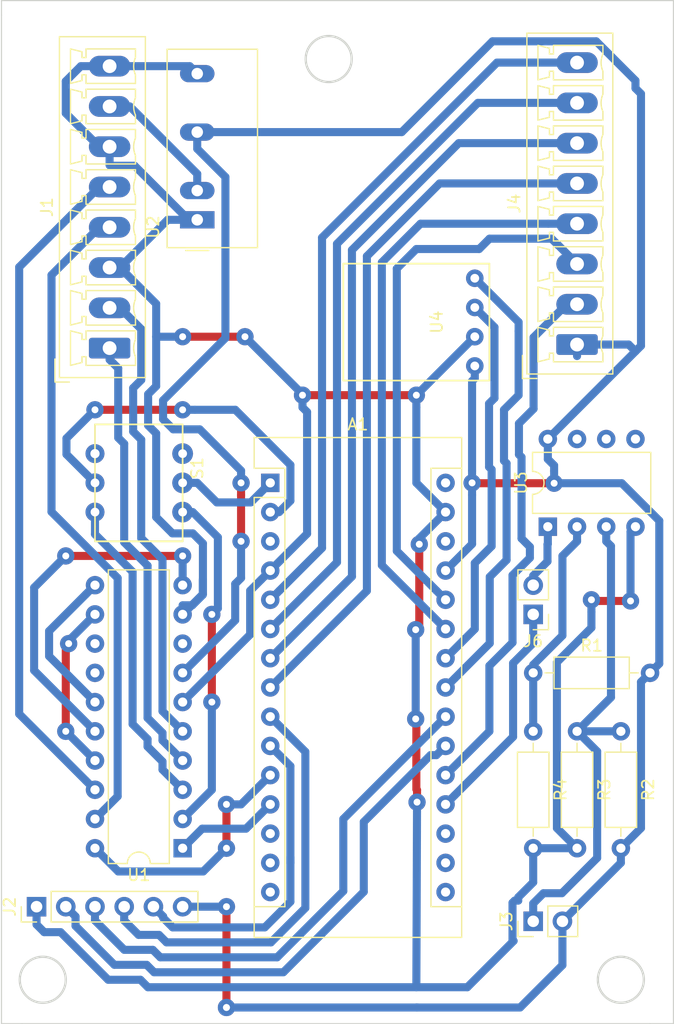
<source format=kicad_pcb>
(kicad_pcb (version 20171130) (host pcbnew 5.0.2-bee76a0~70~ubuntu16.04.1)

  (general
    (thickness 1.6)
    (drawings 15)
    (tracks 403)
    (zones 0)
    (modules 15)
    (nets 48)
  )

  (page A4)
  (layers
    (0 F.Cu signal)
    (31 B.Cu signal)
    (32 B.Adhes user)
    (33 F.Adhes user)
    (34 B.Paste user)
    (35 F.Paste user)
    (36 B.SilkS user)
    (37 F.SilkS user)
    (38 B.Mask user)
    (39 F.Mask user)
    (40 Dwgs.User user)
    (41 Cmts.User user)
    (42 Eco1.User user)
    (43 Eco2.User user)
    (44 Edge.Cuts user)
    (45 Margin user)
    (46 B.CrtYd user)
    (47 F.CrtYd user)
    (48 B.Fab user)
    (49 F.Fab user)
  )

  (setup
    (last_trace_width 0.7)
    (trace_clearance 0.6)
    (zone_clearance 0.508)
    (zone_45_only no)
    (trace_min 0.2)
    (segment_width 0.2)
    (edge_width 0.2)
    (via_size 1.5)
    (via_drill 0.6)
    (via_min_size 0.4)
    (via_min_drill 0.3)
    (uvia_size 0.3)
    (uvia_drill 0.1)
    (uvias_allowed no)
    (uvia_min_size 0.2)
    (uvia_min_drill 0.1)
    (pcb_text_width 0.3)
    (pcb_text_size 1.5 1.5)
    (mod_edge_width 0.15)
    (mod_text_size 1 1)
    (mod_text_width 0.15)
    (pad_size 1.5 1.5)
    (pad_drill 0.6)
    (pad_to_mask_clearance 0)
    (solder_mask_min_width 0.25)
    (aux_axis_origin 0 0)
    (visible_elements FFFFFF7F)
    (pcbplotparams
      (layerselection 0x010fc_ffffffff)
      (usegerberextensions false)
      (usegerberattributes false)
      (usegerberadvancedattributes false)
      (creategerberjobfile false)
      (excludeedgelayer true)
      (linewidth 0.100000)
      (plotframeref false)
      (viasonmask false)
      (mode 1)
      (useauxorigin false)
      (hpglpennumber 1)
      (hpglpenspeed 20)
      (hpglpendiameter 15.000000)
      (psnegative false)
      (psa4output false)
      (plotreference true)
      (plotvalue true)
      (plotinvisibletext false)
      (padsonsilk false)
      (subtractmaskfromsilk false)
      (outputformat 1)
      (mirror false)
      (drillshape 1)
      (scaleselection 1)
      (outputdirectory ""))
  )

  (net 0 "")
  (net 1 "Net-(A1-Pad1)")
  (net 2 "Net-(A1-Pad17)")
  (net 3 "Net-(A1-Pad2)")
  (net 4 "Net-(A1-Pad18)")
  (net 5 "Net-(A1-Pad3)")
  (net 6 "Net-(A1-Pad19)")
  (net 7 GND)
  (net 8 /ANAIN1)
  (net 9 "Net-(A1-Pad5)")
  (net 10 "Net-(A1-Pad6)")
  (net 11 /TXTTL-2)
  (net 12 "Net-(A1-Pad7)")
  (net 13 /RXTTL-2)
  (net 14 "Net-(A1-Pad8)")
  (net 15 "Net-(A1-Pad25)")
  (net 16 "Net-(A1-Pad26)")
  (net 17 +5V)
  (net 18 "Net-(A1-Pad28)")
  (net 19 "Net-(A1-Pad13)")
  (net 20 "Net-(A1-Pad14)")
  (net 21 "Net-(A1-Pad30)")
  (net 22 "Net-(A1-Pad15)")
  (net 23 "Net-(A1-Pad16)")
  (net 24 +12V)
  (net 25 /RX232)
  (net 26 /TX232)
  (net 27 /RX232-2)
  (net 28 /TX232-2)
  (net 29 "Net-(J6-Pad2)")
  (net 30 "Net-(R1-Pad1)")
  (net 31 /RXTTL)
  (net 32 "Net-(S1-Pad3)")
  (net 33 /TXTTL)
  (net 34 "Net-(S1-Pad6)")
  (net 35 "Net-(U1-Pad11)")
  (net 36 "Net-(U1-Pad12)")
  (net 37 "Net-(U1-Pad13)")
  (net 38 "Net-(U1-Pad14)")
  (net 39 "Net-(U1-Pad10)")
  (net 40 "Net-(U1-Pad8)")
  (net 41 /RL4)
  (net 42 /RL5)
  (net 43 "Net-(A1-Pad22)")
  (net 44 "Net-(J3-Pad1)")
  (net 45 /SDA)
  (net 46 /SCL)
  (net 47 "Net-(A1-Pad21)")

  (net_class Default "This is the default net class."
    (clearance 0.6)
    (trace_width 0.7)
    (via_dia 1.5)
    (via_drill 0.6)
    (uvia_dia 0.3)
    (uvia_drill 0.1)
    (add_net +12V)
    (add_net +5V)
    (add_net /ANAIN1)
    (add_net /RL4)
    (add_net /RL5)
    (add_net /RX232)
    (add_net /RX232-2)
    (add_net /RXTTL)
    (add_net /RXTTL-2)
    (add_net /SCL)
    (add_net /SDA)
    (add_net /TX232)
    (add_net /TX232-2)
    (add_net /TXTTL)
    (add_net /TXTTL-2)
    (add_net GND)
    (add_net "Net-(A1-Pad1)")
    (add_net "Net-(A1-Pad13)")
    (add_net "Net-(A1-Pad14)")
    (add_net "Net-(A1-Pad15)")
    (add_net "Net-(A1-Pad16)")
    (add_net "Net-(A1-Pad17)")
    (add_net "Net-(A1-Pad18)")
    (add_net "Net-(A1-Pad19)")
    (add_net "Net-(A1-Pad2)")
    (add_net "Net-(A1-Pad21)")
    (add_net "Net-(A1-Pad22)")
    (add_net "Net-(A1-Pad25)")
    (add_net "Net-(A1-Pad26)")
    (add_net "Net-(A1-Pad28)")
    (add_net "Net-(A1-Pad3)")
    (add_net "Net-(A1-Pad30)")
    (add_net "Net-(A1-Pad5)")
    (add_net "Net-(A1-Pad6)")
    (add_net "Net-(A1-Pad7)")
    (add_net "Net-(A1-Pad8)")
    (add_net "Net-(J3-Pad1)")
    (add_net "Net-(J6-Pad2)")
    (add_net "Net-(R1-Pad1)")
    (add_net "Net-(S1-Pad3)")
    (add_net "Net-(S1-Pad6)")
    (add_net "Net-(U1-Pad10)")
    (add_net "Net-(U1-Pad11)")
    (add_net "Net-(U1-Pad12)")
    (add_net "Net-(U1-Pad13)")
    (add_net "Net-(U1-Pad14)")
    (add_net "Net-(U1-Pad8)")
  )

  (module Module:Arduino_Nano (layer F.Cu) (tedit 58ACAF70) (tstamp 5D311522)
    (at 60.96 67.31)
    (descr "Arduino Nano, http://www.mouser.com/pdfdocs/Gravitech_Arduino_Nano3_0.pdf")
    (tags "Arduino Nano")
    (path /5D23234B)
    (fp_text reference A1 (at 7.62 -5.08) (layer F.SilkS)
      (effects (font (size 1 1) (thickness 0.15)))
    )
    (fp_text value Arduino_Nano_v3.x (at 8.89 19.05 90) (layer F.Fab)
      (effects (font (size 1 1) (thickness 0.15)))
    )
    (fp_text user %R (at 6.35 19.05 90) (layer F.Fab)
      (effects (font (size 1 1) (thickness 0.15)))
    )
    (fp_line (start 1.27 1.27) (end 1.27 -1.27) (layer F.SilkS) (width 0.12))
    (fp_line (start 1.27 -1.27) (end -1.4 -1.27) (layer F.SilkS) (width 0.12))
    (fp_line (start -1.4 1.27) (end -1.4 39.5) (layer F.SilkS) (width 0.12))
    (fp_line (start -1.4 -3.94) (end -1.4 -1.27) (layer F.SilkS) (width 0.12))
    (fp_line (start 13.97 -1.27) (end 16.64 -1.27) (layer F.SilkS) (width 0.12))
    (fp_line (start 13.97 -1.27) (end 13.97 36.83) (layer F.SilkS) (width 0.12))
    (fp_line (start 13.97 36.83) (end 16.64 36.83) (layer F.SilkS) (width 0.12))
    (fp_line (start 1.27 1.27) (end -1.4 1.27) (layer F.SilkS) (width 0.12))
    (fp_line (start 1.27 1.27) (end 1.27 36.83) (layer F.SilkS) (width 0.12))
    (fp_line (start 1.27 36.83) (end -1.4 36.83) (layer F.SilkS) (width 0.12))
    (fp_line (start 3.81 31.75) (end 11.43 31.75) (layer F.Fab) (width 0.1))
    (fp_line (start 11.43 31.75) (end 11.43 41.91) (layer F.Fab) (width 0.1))
    (fp_line (start 11.43 41.91) (end 3.81 41.91) (layer F.Fab) (width 0.1))
    (fp_line (start 3.81 41.91) (end 3.81 31.75) (layer F.Fab) (width 0.1))
    (fp_line (start -1.4 39.5) (end 16.64 39.5) (layer F.SilkS) (width 0.12))
    (fp_line (start 16.64 39.5) (end 16.64 -3.94) (layer F.SilkS) (width 0.12))
    (fp_line (start 16.64 -3.94) (end -1.4 -3.94) (layer F.SilkS) (width 0.12))
    (fp_line (start 16.51 39.37) (end -1.27 39.37) (layer F.Fab) (width 0.1))
    (fp_line (start -1.27 39.37) (end -1.27 -2.54) (layer F.Fab) (width 0.1))
    (fp_line (start -1.27 -2.54) (end 0 -3.81) (layer F.Fab) (width 0.1))
    (fp_line (start 0 -3.81) (end 16.51 -3.81) (layer F.Fab) (width 0.1))
    (fp_line (start 16.51 -3.81) (end 16.51 39.37) (layer F.Fab) (width 0.1))
    (fp_line (start -1.53 -4.06) (end 16.75 -4.06) (layer F.CrtYd) (width 0.05))
    (fp_line (start -1.53 -4.06) (end -1.53 42.16) (layer F.CrtYd) (width 0.05))
    (fp_line (start 16.75 42.16) (end 16.75 -4.06) (layer F.CrtYd) (width 0.05))
    (fp_line (start 16.75 42.16) (end -1.53 42.16) (layer F.CrtYd) (width 0.05))
    (pad 1 thru_hole rect (at 0 0) (size 1.6 1.6) (drill 0.8) (layers *.Cu *.Mask)
      (net 1 "Net-(A1-Pad1)"))
    (pad 17 thru_hole oval (at 15.24 33.02) (size 1.6 1.6) (drill 0.8) (layers *.Cu *.Mask)
      (net 2 "Net-(A1-Pad17)"))
    (pad 2 thru_hole oval (at 0 2.54) (size 1.6 1.6) (drill 0.8) (layers *.Cu *.Mask)
      (net 3 "Net-(A1-Pad2)"))
    (pad 18 thru_hole oval (at 15.24 30.48) (size 1.6 1.6) (drill 0.8) (layers *.Cu *.Mask)
      (net 4 "Net-(A1-Pad18)"))
    (pad 3 thru_hole oval (at 0 5.08) (size 1.6 1.6) (drill 0.8) (layers *.Cu *.Mask)
      (net 5 "Net-(A1-Pad3)"))
    (pad 19 thru_hole oval (at 15.24 27.94) (size 1.6 1.6) (drill 0.8) (layers *.Cu *.Mask)
      (net 6 "Net-(A1-Pad19)"))
    (pad 4 thru_hole oval (at 0 7.62) (size 1.6 1.6) (drill 0.8) (layers *.Cu *.Mask)
      (net 7 GND))
    (pad 20 thru_hole oval (at 15.24 25.4) (size 1.6 1.6) (drill 0.8) (layers *.Cu *.Mask)
      (net 8 /ANAIN1))
    (pad 5 thru_hole oval (at 0 10.16) (size 1.6 1.6) (drill 0.8) (layers *.Cu *.Mask)
      (net 9 "Net-(A1-Pad5)"))
    (pad 21 thru_hole oval (at 15.24 22.86) (size 1.6 1.6) (drill 0.8) (layers *.Cu *.Mask)
      (net 47 "Net-(A1-Pad21)"))
    (pad 6 thru_hole oval (at 0 12.7) (size 1.6 1.6) (drill 0.8) (layers *.Cu *.Mask)
      (net 10 "Net-(A1-Pad6)"))
    (pad 22 thru_hole oval (at 15.24 20.32) (size 1.6 1.6) (drill 0.8) (layers *.Cu *.Mask)
      (net 43 "Net-(A1-Pad22)"))
    (pad 7 thru_hole oval (at 0 15.24) (size 1.6 1.6) (drill 0.8) (layers *.Cu *.Mask)
      (net 12 "Net-(A1-Pad7)"))
    (pad 23 thru_hole oval (at 15.24 17.78) (size 1.6 1.6) (drill 0.8) (layers *.Cu *.Mask)
      (net 45 /SDA))
    (pad 8 thru_hole oval (at 0 17.78) (size 1.6 1.6) (drill 0.8) (layers *.Cu *.Mask)
      (net 14 "Net-(A1-Pad8)"))
    (pad 24 thru_hole oval (at 15.24 15.24) (size 1.6 1.6) (drill 0.8) (layers *.Cu *.Mask)
      (net 46 /SCL))
    (pad 9 thru_hole oval (at 0 20.32) (size 1.6 1.6) (drill 0.8) (layers *.Cu *.Mask)
      (net 41 /RL4))
    (pad 25 thru_hole oval (at 15.24 12.7) (size 1.6 1.6) (drill 0.8) (layers *.Cu *.Mask)
      (net 15 "Net-(A1-Pad25)"))
    (pad 10 thru_hole oval (at 0 22.86) (size 1.6 1.6) (drill 0.8) (layers *.Cu *.Mask)
      (net 42 /RL5))
    (pad 26 thru_hole oval (at 15.24 10.16) (size 1.6 1.6) (drill 0.8) (layers *.Cu *.Mask)
      (net 16 "Net-(A1-Pad26)"))
    (pad 11 thru_hole oval (at 0 25.4) (size 1.6 1.6) (drill 0.8) (layers *.Cu *.Mask)
      (net 13 /RXTTL-2))
    (pad 27 thru_hole oval (at 15.24 7.62) (size 1.6 1.6) (drill 0.8) (layers *.Cu *.Mask)
      (net 17 +5V))
    (pad 12 thru_hole oval (at 0 27.94) (size 1.6 1.6) (drill 0.8) (layers *.Cu *.Mask)
      (net 11 /TXTTL-2))
    (pad 28 thru_hole oval (at 15.24 5.08) (size 1.6 1.6) (drill 0.8) (layers *.Cu *.Mask)
      (net 18 "Net-(A1-Pad28)"))
    (pad 13 thru_hole oval (at 0 30.48) (size 1.6 1.6) (drill 0.8) (layers *.Cu *.Mask)
      (net 19 "Net-(A1-Pad13)"))
    (pad 29 thru_hole oval (at 15.24 2.54) (size 1.6 1.6) (drill 0.8) (layers *.Cu *.Mask)
      (net 7 GND))
    (pad 14 thru_hole oval (at 0 33.02) (size 1.6 1.6) (drill 0.8) (layers *.Cu *.Mask)
      (net 20 "Net-(A1-Pad14)"))
    (pad 30 thru_hole oval (at 15.24 0) (size 1.6 1.6) (drill 0.8) (layers *.Cu *.Mask)
      (net 21 "Net-(A1-Pad30)"))
    (pad 15 thru_hole oval (at 0 35.56) (size 1.6 1.6) (drill 0.8) (layers *.Cu *.Mask)
      (net 22 "Net-(A1-Pad15)"))
    (pad 16 thru_hole oval (at 15.24 35.56) (size 1.6 1.6) (drill 0.8) (layers *.Cu *.Mask)
      (net 23 "Net-(A1-Pad16)"))
    (model ${KISYS3DMOD}/Module.3dshapes/Arduino_Nano_WithMountingHoles.wrl
      (at (xyz 0 0 0))
      (scale (xyz 1 1 1))
      (rotate (xyz 0 0 0))
    )
  )

  (module Resistor_THT:R_Axial_DIN0207_L6.3mm_D2.5mm_P10.16mm_Horizontal (layer F.Cu) (tedit 5AE5139B) (tstamp 5D357126)
    (at 83.82 83.82)
    (descr "Resistor, Axial_DIN0207 series, Axial, Horizontal, pin pitch=10.16mm, 0.25W = 1/4W, length*diameter=6.3*2.5mm^2, http://cdn-reichelt.de/documents/datenblatt/B400/1_4W%23YAG.pdf")
    (tags "Resistor Axial_DIN0207 series Axial Horizontal pin pitch 10.16mm 0.25W = 1/4W length 6.3mm diameter 2.5mm")
    (path /5D233283)
    (fp_text reference R1 (at 5.08 -2.37) (layer F.SilkS)
      (effects (font (size 1 1) (thickness 0.15)))
    )
    (fp_text value R10k (at 5.08 2.37) (layer F.Fab)
      (effects (font (size 1 1) (thickness 0.15)))
    )
    (fp_line (start 1.93 -1.25) (end 1.93 1.25) (layer F.Fab) (width 0.1))
    (fp_line (start 1.93 1.25) (end 8.23 1.25) (layer F.Fab) (width 0.1))
    (fp_line (start 8.23 1.25) (end 8.23 -1.25) (layer F.Fab) (width 0.1))
    (fp_line (start 8.23 -1.25) (end 1.93 -1.25) (layer F.Fab) (width 0.1))
    (fp_line (start 0 0) (end 1.93 0) (layer F.Fab) (width 0.1))
    (fp_line (start 10.16 0) (end 8.23 0) (layer F.Fab) (width 0.1))
    (fp_line (start 1.81 -1.37) (end 1.81 1.37) (layer F.SilkS) (width 0.12))
    (fp_line (start 1.81 1.37) (end 8.35 1.37) (layer F.SilkS) (width 0.12))
    (fp_line (start 8.35 1.37) (end 8.35 -1.37) (layer F.SilkS) (width 0.12))
    (fp_line (start 8.35 -1.37) (end 1.81 -1.37) (layer F.SilkS) (width 0.12))
    (fp_line (start 1.04 0) (end 1.81 0) (layer F.SilkS) (width 0.12))
    (fp_line (start 9.12 0) (end 8.35 0) (layer F.SilkS) (width 0.12))
    (fp_line (start -1.05 -1.5) (end -1.05 1.5) (layer F.CrtYd) (width 0.05))
    (fp_line (start -1.05 1.5) (end 11.21 1.5) (layer F.CrtYd) (width 0.05))
    (fp_line (start 11.21 1.5) (end 11.21 -1.5) (layer F.CrtYd) (width 0.05))
    (fp_line (start 11.21 -1.5) (end -1.05 -1.5) (layer F.CrtYd) (width 0.05))
    (fp_text user %R (at 5.08 0) (layer F.Fab)
      (effects (font (size 1 1) (thickness 0.15)))
    )
    (pad 1 thru_hole circle (at 0 0) (size 1.6 1.6) (drill 0.8) (layers *.Cu *.Mask)
      (net 30 "Net-(R1-Pad1)"))
    (pad 2 thru_hole oval (at 10.16 0) (size 1.6 1.6) (drill 0.8) (layers *.Cu *.Mask)
      (net 17 +5V))
    (model ${KISYS3DMOD}/Resistor_THT.3dshapes/R_Axial_DIN0207_L6.3mm_D2.5mm_P10.16mm_Horizontal.wrl
      (at (xyz 0 0 0))
      (scale (xyz 1 1 1))
      (rotate (xyz 0 0 0))
    )
  )

  (module Resistor_THT:R_Axial_DIN0207_L6.3mm_D2.5mm_P10.16mm_Horizontal (layer F.Cu) (tedit 5AE5139B) (tstamp 5D24B765)
    (at 91.44 88.9 270)
    (descr "Resistor, Axial_DIN0207 series, Axial, Horizontal, pin pitch=10.16mm, 0.25W = 1/4W, length*diameter=6.3*2.5mm^2, http://cdn-reichelt.de/documents/datenblatt/B400/1_4W%23YAG.pdf")
    (tags "Resistor Axial_DIN0207 series Axial Horizontal pin pitch 10.16mm 0.25W = 1/4W length 6.3mm diameter 2.5mm")
    (path /5D23315C)
    (fp_text reference R2 (at 5.08 -2.37 270) (layer F.SilkS)
      (effects (font (size 1 1) (thickness 0.15)))
    )
    (fp_text value R12k (at 5.08 2.37 270) (layer F.Fab)
      (effects (font (size 1 1) (thickness 0.15)))
    )
    (fp_line (start 1.93 -1.25) (end 1.93 1.25) (layer F.Fab) (width 0.1))
    (fp_line (start 1.93 1.25) (end 8.23 1.25) (layer F.Fab) (width 0.1))
    (fp_line (start 8.23 1.25) (end 8.23 -1.25) (layer F.Fab) (width 0.1))
    (fp_line (start 8.23 -1.25) (end 1.93 -1.25) (layer F.Fab) (width 0.1))
    (fp_line (start 0 0) (end 1.93 0) (layer F.Fab) (width 0.1))
    (fp_line (start 10.16 0) (end 8.23 0) (layer F.Fab) (width 0.1))
    (fp_line (start 1.81 -1.37) (end 1.81 1.37) (layer F.SilkS) (width 0.12))
    (fp_line (start 1.81 1.37) (end 8.35 1.37) (layer F.SilkS) (width 0.12))
    (fp_line (start 8.35 1.37) (end 8.35 -1.37) (layer F.SilkS) (width 0.12))
    (fp_line (start 8.35 -1.37) (end 1.81 -1.37) (layer F.SilkS) (width 0.12))
    (fp_line (start 1.04 0) (end 1.81 0) (layer F.SilkS) (width 0.12))
    (fp_line (start 9.12 0) (end 8.35 0) (layer F.SilkS) (width 0.12))
    (fp_line (start -1.05 -1.5) (end -1.05 1.5) (layer F.CrtYd) (width 0.05))
    (fp_line (start -1.05 1.5) (end 11.21 1.5) (layer F.CrtYd) (width 0.05))
    (fp_line (start 11.21 1.5) (end 11.21 -1.5) (layer F.CrtYd) (width 0.05))
    (fp_line (start 11.21 -1.5) (end -1.05 -1.5) (layer F.CrtYd) (width 0.05))
    (fp_text user %R (at 5.08 0 270) (layer F.Fab)
      (effects (font (size 1 1) (thickness 0.15)))
    )
    (pad 1 thru_hole circle (at 0 0 270) (size 1.6 1.6) (drill 0.8) (layers *.Cu *.Mask)
      (net 44 "Net-(J3-Pad1)"))
    (pad 2 thru_hole oval (at 10.16 0 270) (size 1.6 1.6) (drill 0.8) (layers *.Cu *.Mask)
      (net 17 +5V))
    (model ${KISYS3DMOD}/Resistor_THT.3dshapes/R_Axial_DIN0207_L6.3mm_D2.5mm_P10.16mm_Horizontal.wrl
      (at (xyz 0 0 0))
      (scale (xyz 1 1 1))
      (rotate (xyz 0 0 0))
    )
  )

  (module Converter_DCDC:Converter_DCDC_TRACO_TMR-1-xxxx_Single_THT (layer F.Cu) (tedit 59FE19B9) (tstamp 5D32CDBE)
    (at 54.61 44.45 90)
    (descr "DCDC-Converter, TRACO, TMR 1-xxxx, Single output, Rev. March 21.2016")
    (tags "DCDC-Converter TRACO TMR1-xxxx Single_output")
    (path /5D232612)
    (fp_text reference U2 (at -0.63 -3.83 90) (layer F.SilkS)
      (effects (font (size 1 1) (thickness 0.15)))
    )
    (fp_text value TMR_1-1211 (at 6.5 6.5 90) (layer F.Fab)
      (effects (font (size 1 1) (thickness 0.15)))
    )
    (fp_line (start -2.55 -2.75) (end -2.55 5.37) (layer F.CrtYd) (width 0.05))
    (fp_line (start -2.55 5.37) (end 14.95 5.37) (layer F.CrtYd) (width 0.05))
    (fp_line (start -2.55 -2.75) (end 14.95 -2.75) (layer F.CrtYd) (width 0.05))
    (fp_line (start 14.7 5.12) (end -2.3 5.12) (layer F.Fab) (width 0.1))
    (fp_line (start -2.3 1) (end -2.3 5.12) (layer F.Fab) (width 0.1))
    (fp_line (start 14.7 -2.5) (end -2.3 -2.5) (layer F.Fab) (width 0.1))
    (fp_line (start 14.7 -2.5) (end 14.7 5.12) (layer F.Fab) (width 0.1))
    (fp_line (start 14.95 -2.75) (end 14.95 5.37) (layer F.CrtYd) (width 0.05))
    (fp_text user %R (at 5.91 3 90) (layer F.Fab)
      (effects (font (size 1 1) (thickness 0.15)))
    )
    (fp_line (start -2.42 5.24) (end -2.42 -2.62) (layer F.SilkS) (width 0.12))
    (fp_line (start 14.82 5.24) (end -2.42 5.24) (layer F.SilkS) (width 0.12))
    (fp_line (start 14.82 -2.62) (end 14.82 5.24) (layer F.SilkS) (width 0.12))
    (fp_line (start -2.42 -2.62) (end 14.82 -2.62) (layer F.SilkS) (width 0.12))
    (fp_line (start -2.3 -1) (end -2.3 -2.5) (layer F.Fab) (width 0.1))
    (fp_line (start -2.3 -1) (end -1.3 0) (layer F.Fab) (width 0.1))
    (fp_line (start -1.3 0) (end -2.3 1) (layer F.Fab) (width 0.1))
    (fp_line (start -2.67 -1) (end -2.67 1) (layer F.SilkS) (width 0.12))
    (pad 1 thru_hole rect (at 0 0 90) (size 1.5 3) (drill 1) (layers *.Cu *.Mask)
      (net 7 GND))
    (pad 2 thru_hole oval (at 2.54 0 90) (size 1.5 3) (drill 1) (layers *.Cu *.Mask)
      (net 24 +12V))
    (pad 4 thru_hole oval (at 7.62 0 90) (size 1.5 3) (drill 1) (layers *.Cu *.Mask)
      (net 17 +5V))
    (pad 6 thru_hole oval (at 12.7 0 90) (size 1.5 3) (drill 1) (layers *.Cu *.Mask)
      (net 7 GND))
    (model ${KISYS3DMOD}/Converter_DCDC.3dshapes/Converter_DCDC_TRACO_TMR-1-xxxx_Single_THT.wrl
      (at (xyz 0 0 0))
      (scale (xyz 1 1 1))
      (rotate (xyz 0 0 0))
    )
  )

  (module Resistor_THT:R_Axial_DIN0207_L6.3mm_D2.5mm_P10.16mm_Horizontal (layer F.Cu) (tedit 5AE5139B) (tstamp 5D3116F7)
    (at 87.63 88.9 270)
    (descr "Resistor, Axial_DIN0207 series, Axial, Horizontal, pin pitch=10.16mm, 0.25W = 1/4W, length*diameter=6.3*2.5mm^2, http://cdn-reichelt.de/documents/datenblatt/B400/1_4W%23YAG.pdf")
    (tags "Resistor Axial_DIN0207 series Axial Horizontal pin pitch 10.16mm 0.25W = 1/4W length 6.3mm diameter 2.5mm")
    (path /5D233224)
    (fp_text reference R3 (at 5.08 -2.37 270) (layer F.SilkS)
      (effects (font (size 1 1) (thickness 0.15)))
    )
    (fp_text value R10k (at 5.08 2.37 270) (layer F.Fab)
      (effects (font (size 1 1) (thickness 0.15)))
    )
    (fp_text user %R (at 5.08 0 270) (layer F.Fab)
      (effects (font (size 1 1) (thickness 0.15)))
    )
    (fp_line (start 11.21 -1.5) (end -1.05 -1.5) (layer F.CrtYd) (width 0.05))
    (fp_line (start 11.21 1.5) (end 11.21 -1.5) (layer F.CrtYd) (width 0.05))
    (fp_line (start -1.05 1.5) (end 11.21 1.5) (layer F.CrtYd) (width 0.05))
    (fp_line (start -1.05 -1.5) (end -1.05 1.5) (layer F.CrtYd) (width 0.05))
    (fp_line (start 9.12 0) (end 8.35 0) (layer F.SilkS) (width 0.12))
    (fp_line (start 1.04 0) (end 1.81 0) (layer F.SilkS) (width 0.12))
    (fp_line (start 8.35 -1.37) (end 1.81 -1.37) (layer F.SilkS) (width 0.12))
    (fp_line (start 8.35 1.37) (end 8.35 -1.37) (layer F.SilkS) (width 0.12))
    (fp_line (start 1.81 1.37) (end 8.35 1.37) (layer F.SilkS) (width 0.12))
    (fp_line (start 1.81 -1.37) (end 1.81 1.37) (layer F.SilkS) (width 0.12))
    (fp_line (start 10.16 0) (end 8.23 0) (layer F.Fab) (width 0.1))
    (fp_line (start 0 0) (end 1.93 0) (layer F.Fab) (width 0.1))
    (fp_line (start 8.23 -1.25) (end 1.93 -1.25) (layer F.Fab) (width 0.1))
    (fp_line (start 8.23 1.25) (end 8.23 -1.25) (layer F.Fab) (width 0.1))
    (fp_line (start 1.93 1.25) (end 8.23 1.25) (layer F.Fab) (width 0.1))
    (fp_line (start 1.93 -1.25) (end 1.93 1.25) (layer F.Fab) (width 0.1))
    (pad 2 thru_hole oval (at 10.16 0 270) (size 1.6 1.6) (drill 0.8) (layers *.Cu *.Mask)
      (net 7 GND))
    (pad 1 thru_hole circle (at 0 0 270) (size 1.6 1.6) (drill 0.8) (layers *.Cu *.Mask)
      (net 44 "Net-(J3-Pad1)"))
    (model ${KISYS3DMOD}/Resistor_THT.3dshapes/R_Axial_DIN0207_L6.3mm_D2.5mm_P10.16mm_Horizontal.wrl
      (at (xyz 0 0 0))
      (scale (xyz 1 1 1))
      (rotate (xyz 0 0 0))
    )
  )

  (module Package_DIP:DIP-8_W7.62mm (layer F.Cu) (tedit 5A02E8C5) (tstamp 5D31177C)
    (at 85.09 71.12 90)
    (descr "8-lead though-hole mounted DIP package, row spacing 7.62 mm (300 mils)")
    (tags "THT DIP DIL PDIP 2.54mm 7.62mm 300mil")
    (path /5D232DA7)
    (fp_text reference U3 (at 3.81 -2.33 90) (layer F.SilkS)
      (effects (font (size 1 1) (thickness 0.15)))
    )
    (fp_text value LM358 (at 3.81 9.95 90) (layer F.Fab)
      (effects (font (size 1 1) (thickness 0.15)))
    )
    (fp_arc (start 3.81 -1.33) (end 2.81 -1.33) (angle -180) (layer F.SilkS) (width 0.12))
    (fp_line (start 1.635 -1.27) (end 6.985 -1.27) (layer F.Fab) (width 0.1))
    (fp_line (start 6.985 -1.27) (end 6.985 8.89) (layer F.Fab) (width 0.1))
    (fp_line (start 6.985 8.89) (end 0.635 8.89) (layer F.Fab) (width 0.1))
    (fp_line (start 0.635 8.89) (end 0.635 -0.27) (layer F.Fab) (width 0.1))
    (fp_line (start 0.635 -0.27) (end 1.635 -1.27) (layer F.Fab) (width 0.1))
    (fp_line (start 2.81 -1.33) (end 1.16 -1.33) (layer F.SilkS) (width 0.12))
    (fp_line (start 1.16 -1.33) (end 1.16 8.95) (layer F.SilkS) (width 0.12))
    (fp_line (start 1.16 8.95) (end 6.46 8.95) (layer F.SilkS) (width 0.12))
    (fp_line (start 6.46 8.95) (end 6.46 -1.33) (layer F.SilkS) (width 0.12))
    (fp_line (start 6.46 -1.33) (end 4.81 -1.33) (layer F.SilkS) (width 0.12))
    (fp_line (start -1.1 -1.55) (end -1.1 9.15) (layer F.CrtYd) (width 0.05))
    (fp_line (start -1.1 9.15) (end 8.7 9.15) (layer F.CrtYd) (width 0.05))
    (fp_line (start 8.7 9.15) (end 8.7 -1.55) (layer F.CrtYd) (width 0.05))
    (fp_line (start 8.7 -1.55) (end -1.1 -1.55) (layer F.CrtYd) (width 0.05))
    (fp_text user %R (at 3.81 3.81 90) (layer F.Fab)
      (effects (font (size 1 1) (thickness 0.15)))
    )
    (pad 1 thru_hole rect (at 0 0 90) (size 1.6 1.6) (drill 0.8) (layers *.Cu *.Mask)
      (net 29 "Net-(J6-Pad2)"))
    (pad 5 thru_hole oval (at 7.62 7.62 90) (size 1.6 1.6) (drill 0.8) (layers *.Cu *.Mask))
    (pad 2 thru_hole oval (at 0 2.54 90) (size 1.6 1.6) (drill 0.8) (layers *.Cu *.Mask)
      (net 30 "Net-(R1-Pad1)"))
    (pad 6 thru_hole oval (at 7.62 5.08 90) (size 1.6 1.6) (drill 0.8) (layers *.Cu *.Mask))
    (pad 3 thru_hole oval (at 0 5.08 90) (size 1.6 1.6) (drill 0.8) (layers *.Cu *.Mask)
      (net 44 "Net-(J3-Pad1)"))
    (pad 7 thru_hole oval (at 7.62 2.54 90) (size 1.6 1.6) (drill 0.8) (layers *.Cu *.Mask))
    (pad 4 thru_hole oval (at 0 7.62 90) (size 1.6 1.6) (drill 0.8) (layers *.Cu *.Mask)
      (net 7 GND))
    (pad 8 thru_hole oval (at 7.62 0 90) (size 1.6 1.6) (drill 0.8) (layers *.Cu *.Mask)
      (net 17 +5V))
    (model ${KISYS3DMOD}/Package_DIP.3dshapes/DIP-8_W7.62mm.wrl
      (at (xyz 0 0 0))
      (scale (xyz 1 1 1))
      (rotate (xyz 0 0 0))
    )
  )

  (module Resistor_THT:R_Axial_DIN0207_L6.3mm_D2.5mm_P10.16mm_Horizontal (layer F.Cu) (tedit 5AE5139B) (tstamp 5D24B48A)
    (at 83.82 88.9 270)
    (descr "Resistor, Axial_DIN0207 series, Axial, Horizontal, pin pitch=10.16mm, 0.25W = 1/4W, length*diameter=6.3*2.5mm^2, http://cdn-reichelt.de/documents/datenblatt/B400/1_4W%23YAG.pdf")
    (tags "Resistor Axial_DIN0207 series Axial Horizontal pin pitch 10.16mm 0.25W = 1/4W length 6.3mm diameter 2.5mm")
    (path /5D2332C1)
    (fp_text reference R4 (at 5.08 -2.37 270) (layer F.SilkS)
      (effects (font (size 1 1) (thickness 0.15)))
    )
    (fp_text value R10k (at 5.08 2.37 270) (layer F.Fab)
      (effects (font (size 1 1) (thickness 0.15)))
    )
    (fp_text user %R (at 5.08 0 270) (layer F.Fab)
      (effects (font (size 1 1) (thickness 0.15)))
    )
    (fp_line (start 11.21 -1.5) (end -1.05 -1.5) (layer F.CrtYd) (width 0.05))
    (fp_line (start 11.21 1.5) (end 11.21 -1.5) (layer F.CrtYd) (width 0.05))
    (fp_line (start -1.05 1.5) (end 11.21 1.5) (layer F.CrtYd) (width 0.05))
    (fp_line (start -1.05 -1.5) (end -1.05 1.5) (layer F.CrtYd) (width 0.05))
    (fp_line (start 9.12 0) (end 8.35 0) (layer F.SilkS) (width 0.12))
    (fp_line (start 1.04 0) (end 1.81 0) (layer F.SilkS) (width 0.12))
    (fp_line (start 8.35 -1.37) (end 1.81 -1.37) (layer F.SilkS) (width 0.12))
    (fp_line (start 8.35 1.37) (end 8.35 -1.37) (layer F.SilkS) (width 0.12))
    (fp_line (start 1.81 1.37) (end 8.35 1.37) (layer F.SilkS) (width 0.12))
    (fp_line (start 1.81 -1.37) (end 1.81 1.37) (layer F.SilkS) (width 0.12))
    (fp_line (start 10.16 0) (end 8.23 0) (layer F.Fab) (width 0.1))
    (fp_line (start 0 0) (end 1.93 0) (layer F.Fab) (width 0.1))
    (fp_line (start 8.23 -1.25) (end 1.93 -1.25) (layer F.Fab) (width 0.1))
    (fp_line (start 8.23 1.25) (end 8.23 -1.25) (layer F.Fab) (width 0.1))
    (fp_line (start 1.93 1.25) (end 8.23 1.25) (layer F.Fab) (width 0.1))
    (fp_line (start 1.93 -1.25) (end 1.93 1.25) (layer F.Fab) (width 0.1))
    (pad 2 thru_hole oval (at 10.16 0 270) (size 1.6 1.6) (drill 0.8) (layers *.Cu *.Mask)
      (net 7 GND))
    (pad 1 thru_hole circle (at 0 0 270) (size 1.6 1.6) (drill 0.8) (layers *.Cu *.Mask)
      (net 30 "Net-(R1-Pad1)"))
    (model ${KISYS3DMOD}/Resistor_THT.3dshapes/R_Axial_DIN0207_L6.3mm_D2.5mm_P10.16mm_Horizontal.wrl
      (at (xyz 0 0 0))
      (scale (xyz 1 1 1))
      (rotate (xyz 0 0 0))
    )
  )

  (module Connector_PinHeader_2.54mm:PinHeader_1x02_P2.54mm_Vertical (layer F.Cu) (tedit 59FED5CC) (tstamp 5D24B41D)
    (at 83.82 78.74 180)
    (descr "Through hole straight pin header, 1x02, 2.54mm pitch, single row")
    (tags "Through hole pin header THT 1x02 2.54mm single row")
    (path /5D234470)
    (fp_text reference J6 (at 0 -2.33 180) (layer F.SilkS)
      (effects (font (size 1 1) (thickness 0.15)))
    )
    (fp_text value Conn_01x02_Male (at 0 4.87 180) (layer F.Fab)
      (effects (font (size 1 1) (thickness 0.15)))
    )
    (fp_line (start -0.635 -1.27) (end 1.27 -1.27) (layer F.Fab) (width 0.1))
    (fp_line (start 1.27 -1.27) (end 1.27 3.81) (layer F.Fab) (width 0.1))
    (fp_line (start 1.27 3.81) (end -1.27 3.81) (layer F.Fab) (width 0.1))
    (fp_line (start -1.27 3.81) (end -1.27 -0.635) (layer F.Fab) (width 0.1))
    (fp_line (start -1.27 -0.635) (end -0.635 -1.27) (layer F.Fab) (width 0.1))
    (fp_line (start -1.33 3.87) (end 1.33 3.87) (layer F.SilkS) (width 0.12))
    (fp_line (start -1.33 1.27) (end -1.33 3.87) (layer F.SilkS) (width 0.12))
    (fp_line (start 1.33 1.27) (end 1.33 3.87) (layer F.SilkS) (width 0.12))
    (fp_line (start -1.33 1.27) (end 1.33 1.27) (layer F.SilkS) (width 0.12))
    (fp_line (start -1.33 0) (end -1.33 -1.33) (layer F.SilkS) (width 0.12))
    (fp_line (start -1.33 -1.33) (end 0 -1.33) (layer F.SilkS) (width 0.12))
    (fp_line (start -1.8 -1.8) (end -1.8 4.35) (layer F.CrtYd) (width 0.05))
    (fp_line (start -1.8 4.35) (end 1.8 4.35) (layer F.CrtYd) (width 0.05))
    (fp_line (start 1.8 4.35) (end 1.8 -1.8) (layer F.CrtYd) (width 0.05))
    (fp_line (start 1.8 -1.8) (end -1.8 -1.8) (layer F.CrtYd) (width 0.05))
    (fp_text user %R (at 0 1.284999 270) (layer F.Fab)
      (effects (font (size 1 1) (thickness 0.15)))
    )
    (pad 1 thru_hole rect (at 0 0 180) (size 1.7 1.7) (drill 1) (layers *.Cu *.Mask)
      (net 6 "Net-(A1-Pad19)"))
    (pad 2 thru_hole oval (at 0 2.54 180) (size 1.7 1.7) (drill 1) (layers *.Cu *.Mask)
      (net 29 "Net-(J6-Pad2)"))
    (model ${KISYS3DMOD}/Connector_PinHeader_2.54mm.3dshapes/PinHeader_1x02_P2.54mm_Vertical.wrl
      (at (xyz 0 0 0))
      (scale (xyz 1 1 1))
      (rotate (xyz 0 0 0))
    )
  )

  (module Connector_Phoenix_MC:PhoenixContact_MCV_1,5_8-G-3.5_1x08_P3.50mm_Vertical (layer F.Cu) (tedit 5B784ED0) (tstamp 5D32CF93)
    (at 87.63 55.29 90)
    (descr "Generic Phoenix Contact connector footprint for: MCV_1,5/8-G-3.5; number of pins: 08; pin pitch: 3.50mm; Vertical || order number: 1843664 8A 160V")
    (tags "phoenix_contact connector MCV_01x08_G_3.5mm")
    (path /5D2FC290)
    (fp_text reference J4 (at 12.25 -5.45 90) (layer F.SilkS)
      (effects (font (size 1 1) (thickness 0.15)))
    )
    (fp_text value Screw_Terminal_01x08 (at 12.25 4.2 90) (layer F.Fab)
      (effects (font (size 1 1) (thickness 0.15)))
    )
    (fp_arc (start 0 3.95) (end -0.75 2.25) (angle 47.6) (layer F.SilkS) (width 0.12))
    (fp_arc (start 3.5 3.95) (end 2.75 2.25) (angle 47.6) (layer F.SilkS) (width 0.12))
    (fp_arc (start 7 3.95) (end 6.25 2.25) (angle 47.6) (layer F.SilkS) (width 0.12))
    (fp_arc (start 10.5 3.95) (end 9.75 2.25) (angle 47.6) (layer F.SilkS) (width 0.12))
    (fp_arc (start 14 3.95) (end 13.25 2.25) (angle 47.6) (layer F.SilkS) (width 0.12))
    (fp_arc (start 17.5 3.95) (end 16.75 2.25) (angle 47.6) (layer F.SilkS) (width 0.12))
    (fp_arc (start 21 3.95) (end 20.25 2.25) (angle 47.6) (layer F.SilkS) (width 0.12))
    (fp_arc (start 24.5 3.95) (end 23.75 2.25) (angle 47.6) (layer F.SilkS) (width 0.12))
    (fp_line (start -2.56 -4.36) (end -2.56 3.11) (layer F.SilkS) (width 0.12))
    (fp_line (start -2.56 3.11) (end 27.06 3.11) (layer F.SilkS) (width 0.12))
    (fp_line (start 27.06 3.11) (end 27.06 -4.36) (layer F.SilkS) (width 0.12))
    (fp_line (start 27.06 -4.36) (end -2.56 -4.36) (layer F.SilkS) (width 0.12))
    (fp_line (start -2.45 -4.25) (end -2.45 3) (layer F.Fab) (width 0.1))
    (fp_line (start -2.45 3) (end 26.95 3) (layer F.Fab) (width 0.1))
    (fp_line (start 26.95 3) (end 26.95 -4.25) (layer F.Fab) (width 0.1))
    (fp_line (start 26.95 -4.25) (end -2.45 -4.25) (layer F.Fab) (width 0.1))
    (fp_line (start -0.75 2.25) (end -1.5 2.25) (layer F.SilkS) (width 0.12))
    (fp_line (start -1.5 2.25) (end -1.5 -2.05) (layer F.SilkS) (width 0.12))
    (fp_line (start -1.5 -2.05) (end -0.75 -2.05) (layer F.SilkS) (width 0.12))
    (fp_line (start -0.75 -2.05) (end -0.75 -2.4) (layer F.SilkS) (width 0.12))
    (fp_line (start -0.75 -2.4) (end -1.25 -2.4) (layer F.SilkS) (width 0.12))
    (fp_line (start -1.25 -2.4) (end -1.5 -3.4) (layer F.SilkS) (width 0.12))
    (fp_line (start -1.5 -3.4) (end 1.5 -3.4) (layer F.SilkS) (width 0.12))
    (fp_line (start 1.5 -3.4) (end 1.25 -2.4) (layer F.SilkS) (width 0.12))
    (fp_line (start 1.25 -2.4) (end 0.75 -2.4) (layer F.SilkS) (width 0.12))
    (fp_line (start 0.75 -2.4) (end 0.75 -2.05) (layer F.SilkS) (width 0.12))
    (fp_line (start 0.75 -2.05) (end 1.5 -2.05) (layer F.SilkS) (width 0.12))
    (fp_line (start 1.5 -2.05) (end 1.5 2.25) (layer F.SilkS) (width 0.12))
    (fp_line (start 1.5 2.25) (end 0.75 2.25) (layer F.SilkS) (width 0.12))
    (fp_line (start 2.75 2.25) (end 2 2.25) (layer F.SilkS) (width 0.12))
    (fp_line (start 2 2.25) (end 2 -2.05) (layer F.SilkS) (width 0.12))
    (fp_line (start 2 -2.05) (end 2.75 -2.05) (layer F.SilkS) (width 0.12))
    (fp_line (start 2.75 -2.05) (end 2.75 -2.4) (layer F.SilkS) (width 0.12))
    (fp_line (start 2.75 -2.4) (end 2.25 -2.4) (layer F.SilkS) (width 0.12))
    (fp_line (start 2.25 -2.4) (end 2 -3.4) (layer F.SilkS) (width 0.12))
    (fp_line (start 2 -3.4) (end 5 -3.4) (layer F.SilkS) (width 0.12))
    (fp_line (start 5 -3.4) (end 4.75 -2.4) (layer F.SilkS) (width 0.12))
    (fp_line (start 4.75 -2.4) (end 4.25 -2.4) (layer F.SilkS) (width 0.12))
    (fp_line (start 4.25 -2.4) (end 4.25 -2.05) (layer F.SilkS) (width 0.12))
    (fp_line (start 4.25 -2.05) (end 5 -2.05) (layer F.SilkS) (width 0.12))
    (fp_line (start 5 -2.05) (end 5 2.25) (layer F.SilkS) (width 0.12))
    (fp_line (start 5 2.25) (end 4.25 2.25) (layer F.SilkS) (width 0.12))
    (fp_line (start 6.25 2.25) (end 5.5 2.25) (layer F.SilkS) (width 0.12))
    (fp_line (start 5.5 2.25) (end 5.5 -2.05) (layer F.SilkS) (width 0.12))
    (fp_line (start 5.5 -2.05) (end 6.25 -2.05) (layer F.SilkS) (width 0.12))
    (fp_line (start 6.25 -2.05) (end 6.25 -2.4) (layer F.SilkS) (width 0.12))
    (fp_line (start 6.25 -2.4) (end 5.75 -2.4) (layer F.SilkS) (width 0.12))
    (fp_line (start 5.75 -2.4) (end 5.5 -3.4) (layer F.SilkS) (width 0.12))
    (fp_line (start 5.5 -3.4) (end 8.5 -3.4) (layer F.SilkS) (width 0.12))
    (fp_line (start 8.5 -3.4) (end 8.25 -2.4) (layer F.SilkS) (width 0.12))
    (fp_line (start 8.25 -2.4) (end 7.75 -2.4) (layer F.SilkS) (width 0.12))
    (fp_line (start 7.75 -2.4) (end 7.75 -2.05) (layer F.SilkS) (width 0.12))
    (fp_line (start 7.75 -2.05) (end 8.5 -2.05) (layer F.SilkS) (width 0.12))
    (fp_line (start 8.5 -2.05) (end 8.5 2.25) (layer F.SilkS) (width 0.12))
    (fp_line (start 8.5 2.25) (end 7.75 2.25) (layer F.SilkS) (width 0.12))
    (fp_line (start 9.75 2.25) (end 9 2.25) (layer F.SilkS) (width 0.12))
    (fp_line (start 9 2.25) (end 9 -2.05) (layer F.SilkS) (width 0.12))
    (fp_line (start 9 -2.05) (end 9.75 -2.05) (layer F.SilkS) (width 0.12))
    (fp_line (start 9.75 -2.05) (end 9.75 -2.4) (layer F.SilkS) (width 0.12))
    (fp_line (start 9.75 -2.4) (end 9.25 -2.4) (layer F.SilkS) (width 0.12))
    (fp_line (start 9.25 -2.4) (end 9 -3.4) (layer F.SilkS) (width 0.12))
    (fp_line (start 9 -3.4) (end 12 -3.4) (layer F.SilkS) (width 0.12))
    (fp_line (start 12 -3.4) (end 11.75 -2.4) (layer F.SilkS) (width 0.12))
    (fp_line (start 11.75 -2.4) (end 11.25 -2.4) (layer F.SilkS) (width 0.12))
    (fp_line (start 11.25 -2.4) (end 11.25 -2.05) (layer F.SilkS) (width 0.12))
    (fp_line (start 11.25 -2.05) (end 12 -2.05) (layer F.SilkS) (width 0.12))
    (fp_line (start 12 -2.05) (end 12 2.25) (layer F.SilkS) (width 0.12))
    (fp_line (start 12 2.25) (end 11.25 2.25) (layer F.SilkS) (width 0.12))
    (fp_line (start 13.25 2.25) (end 12.5 2.25) (layer F.SilkS) (width 0.12))
    (fp_line (start 12.5 2.25) (end 12.5 -2.05) (layer F.SilkS) (width 0.12))
    (fp_line (start 12.5 -2.05) (end 13.25 -2.05) (layer F.SilkS) (width 0.12))
    (fp_line (start 13.25 -2.05) (end 13.25 -2.4) (layer F.SilkS) (width 0.12))
    (fp_line (start 13.25 -2.4) (end 12.75 -2.4) (layer F.SilkS) (width 0.12))
    (fp_line (start 12.75 -2.4) (end 12.5 -3.4) (layer F.SilkS) (width 0.12))
    (fp_line (start 12.5 -3.4) (end 15.5 -3.4) (layer F.SilkS) (width 0.12))
    (fp_line (start 15.5 -3.4) (end 15.25 -2.4) (layer F.SilkS) (width 0.12))
    (fp_line (start 15.25 -2.4) (end 14.75 -2.4) (layer F.SilkS) (width 0.12))
    (fp_line (start 14.75 -2.4) (end 14.75 -2.05) (layer F.SilkS) (width 0.12))
    (fp_line (start 14.75 -2.05) (end 15.5 -2.05) (layer F.SilkS) (width 0.12))
    (fp_line (start 15.5 -2.05) (end 15.5 2.25) (layer F.SilkS) (width 0.12))
    (fp_line (start 15.5 2.25) (end 14.75 2.25) (layer F.SilkS) (width 0.12))
    (fp_line (start 16.75 2.25) (end 16 2.25) (layer F.SilkS) (width 0.12))
    (fp_line (start 16 2.25) (end 16 -2.05) (layer F.SilkS) (width 0.12))
    (fp_line (start 16 -2.05) (end 16.75 -2.05) (layer F.SilkS) (width 0.12))
    (fp_line (start 16.75 -2.05) (end 16.75 -2.4) (layer F.SilkS) (width 0.12))
    (fp_line (start 16.75 -2.4) (end 16.25 -2.4) (layer F.SilkS) (width 0.12))
    (fp_line (start 16.25 -2.4) (end 16 -3.4) (layer F.SilkS) (width 0.12))
    (fp_line (start 16 -3.4) (end 19 -3.4) (layer F.SilkS) (width 0.12))
    (fp_line (start 19 -3.4) (end 18.75 -2.4) (layer F.SilkS) (width 0.12))
    (fp_line (start 18.75 -2.4) (end 18.25 -2.4) (layer F.SilkS) (width 0.12))
    (fp_line (start 18.25 -2.4) (end 18.25 -2.05) (layer F.SilkS) (width 0.12))
    (fp_line (start 18.25 -2.05) (end 19 -2.05) (layer F.SilkS) (width 0.12))
    (fp_line (start 19 -2.05) (end 19 2.25) (layer F.SilkS) (width 0.12))
    (fp_line (start 19 2.25) (end 18.25 2.25) (layer F.SilkS) (width 0.12))
    (fp_line (start 20.25 2.25) (end 19.5 2.25) (layer F.SilkS) (width 0.12))
    (fp_line (start 19.5 2.25) (end 19.5 -2.05) (layer F.SilkS) (width 0.12))
    (fp_line (start 19.5 -2.05) (end 20.25 -2.05) (layer F.SilkS) (width 0.12))
    (fp_line (start 20.25 -2.05) (end 20.25 -2.4) (layer F.SilkS) (width 0.12))
    (fp_line (start 20.25 -2.4) (end 19.75 -2.4) (layer F.SilkS) (width 0.12))
    (fp_line (start 19.75 -2.4) (end 19.5 -3.4) (layer F.SilkS) (width 0.12))
    (fp_line (start 19.5 -3.4) (end 22.5 -3.4) (layer F.SilkS) (width 0.12))
    (fp_line (start 22.5 -3.4) (end 22.25 -2.4) (layer F.SilkS) (width 0.12))
    (fp_line (start 22.25 -2.4) (end 21.75 -2.4) (layer F.SilkS) (width 0.12))
    (fp_line (start 21.75 -2.4) (end 21.75 -2.05) (layer F.SilkS) (width 0.12))
    (fp_line (start 21.75 -2.05) (end 22.5 -2.05) (layer F.SilkS) (width 0.12))
    (fp_line (start 22.5 -2.05) (end 22.5 2.25) (layer F.SilkS) (width 0.12))
    (fp_line (start 22.5 2.25) (end 21.75 2.25) (layer F.SilkS) (width 0.12))
    (fp_line (start 23.75 2.25) (end 23 2.25) (layer F.SilkS) (width 0.12))
    (fp_line (start 23 2.25) (end 23 -2.05) (layer F.SilkS) (width 0.12))
    (fp_line (start 23 -2.05) (end 23.75 -2.05) (layer F.SilkS) (width 0.12))
    (fp_line (start 23.75 -2.05) (end 23.75 -2.4) (layer F.SilkS) (width 0.12))
    (fp_line (start 23.75 -2.4) (end 23.25 -2.4) (layer F.SilkS) (width 0.12))
    (fp_line (start 23.25 -2.4) (end 23 -3.4) (layer F.SilkS) (width 0.12))
    (fp_line (start 23 -3.4) (end 26 -3.4) (layer F.SilkS) (width 0.12))
    (fp_line (start 26 -3.4) (end 25.75 -2.4) (layer F.SilkS) (width 0.12))
    (fp_line (start 25.75 -2.4) (end 25.25 -2.4) (layer F.SilkS) (width 0.12))
    (fp_line (start 25.25 -2.4) (end 25.25 -2.05) (layer F.SilkS) (width 0.12))
    (fp_line (start 25.25 -2.05) (end 26 -2.05) (layer F.SilkS) (width 0.12))
    (fp_line (start 26 -2.05) (end 26 2.25) (layer F.SilkS) (width 0.12))
    (fp_line (start 26 2.25) (end 25.25 2.25) (layer F.SilkS) (width 0.12))
    (fp_line (start -2.95 -4.75) (end -2.95 3.5) (layer F.CrtYd) (width 0.05))
    (fp_line (start -2.95 3.5) (end 27.45 3.5) (layer F.CrtYd) (width 0.05))
    (fp_line (start 27.45 3.5) (end 27.45 -4.75) (layer F.CrtYd) (width 0.05))
    (fp_line (start 27.45 -4.75) (end -2.95 -4.75) (layer F.CrtYd) (width 0.05))
    (fp_line (start -2.95 -3.5) (end -2.95 -4.75) (layer F.SilkS) (width 0.12))
    (fp_line (start -2.95 -4.75) (end -0.95 -4.75) (layer F.SilkS) (width 0.12))
    (fp_line (start -2.95 -3.5) (end -2.95 -4.75) (layer F.Fab) (width 0.1))
    (fp_line (start -2.95 -4.75) (end -0.95 -4.75) (layer F.Fab) (width 0.1))
    (fp_text user %R (at 12.25 -3.55 90) (layer F.Fab)
      (effects (font (size 1 1) (thickness 0.15)))
    )
    (pad 1 thru_hole roundrect (at 0 0 90) (size 1.8 3.6) (drill 1.2) (layers *.Cu *.Mask) (roundrect_rratio 0.138889)
      (net 17 +5V))
    (pad 2 thru_hole oval (at 3.5 0 90) (size 1.8 3.6) (drill 1.2) (layers *.Cu *.Mask)
      (net 8 /ANAIN1))
    (pad 3 thru_hole oval (at 7 0 90) (size 1.8 3.6) (drill 1.2) (layers *.Cu *.Mask)
      (net 16 "Net-(A1-Pad26)"))
    (pad 4 thru_hole oval (at 10.5 0 90) (size 1.8 3.6) (drill 1.2) (layers *.Cu *.Mask)
      (net 15 "Net-(A1-Pad25)"))
    (pad 5 thru_hole oval (at 14 0 90) (size 1.8 3.6) (drill 1.2) (layers *.Cu *.Mask)
      (net 14 "Net-(A1-Pad8)"))
    (pad 6 thru_hole oval (at 17.5 0 90) (size 1.8 3.6) (drill 1.2) (layers *.Cu *.Mask)
      (net 12 "Net-(A1-Pad7)"))
    (pad 7 thru_hole oval (at 21 0 90) (size 1.8 3.6) (drill 1.2) (layers *.Cu *.Mask)
      (net 10 "Net-(A1-Pad6)"))
    (pad 8 thru_hole oval (at 24.5 0 90) (size 1.8 3.6) (drill 1.2) (layers *.Cu *.Mask)
      (net 9 "Net-(A1-Pad5)"))
    (model ${KISYS3DMOD}/Connector_Phoenix_MC.3dshapes/PhoenixContact_MCV_1,5_8-G-3.5_1x08_P3.50mm_Vertical.wrl
      (at (xyz 0 0 0))
      (scale (xyz 1 1 1))
      (rotate (xyz 0 0 0))
    )
  )

  (module Package_DIP:DIP-20_W7.62mm (layer F.Cu) (tedit 5A02E8C5) (tstamp 5D311747)
    (at 53.34 99.06 180)
    (descr "20-lead though-hole mounted DIP package, row spacing 7.62 mm (300 mils)")
    (tags "THT DIP DIL PDIP 2.54mm 7.62mm 300mil")
    (path /5D24C73E)
    (fp_text reference U1 (at 3.81 -2.33 180) (layer F.SilkS)
      (effects (font (size 1 1) (thickness 0.15)))
    )
    (fp_text value MAX233 (at 3.81 25.19 180) (layer F.Fab)
      (effects (font (size 1 1) (thickness 0.15)))
    )
    (fp_arc (start 3.81 -1.33) (end 2.81 -1.33) (angle -180) (layer F.SilkS) (width 0.12))
    (fp_line (start 1.635 -1.27) (end 6.985 -1.27) (layer F.Fab) (width 0.1))
    (fp_line (start 6.985 -1.27) (end 6.985 24.13) (layer F.Fab) (width 0.1))
    (fp_line (start 6.985 24.13) (end 0.635 24.13) (layer F.Fab) (width 0.1))
    (fp_line (start 0.635 24.13) (end 0.635 -0.27) (layer F.Fab) (width 0.1))
    (fp_line (start 0.635 -0.27) (end 1.635 -1.27) (layer F.Fab) (width 0.1))
    (fp_line (start 2.81 -1.33) (end 1.16 -1.33) (layer F.SilkS) (width 0.12))
    (fp_line (start 1.16 -1.33) (end 1.16 24.19) (layer F.SilkS) (width 0.12))
    (fp_line (start 1.16 24.19) (end 6.46 24.19) (layer F.SilkS) (width 0.12))
    (fp_line (start 6.46 24.19) (end 6.46 -1.33) (layer F.SilkS) (width 0.12))
    (fp_line (start 6.46 -1.33) (end 4.81 -1.33) (layer F.SilkS) (width 0.12))
    (fp_line (start -1.1 -1.55) (end -1.1 24.4) (layer F.CrtYd) (width 0.05))
    (fp_line (start -1.1 24.4) (end 8.7 24.4) (layer F.CrtYd) (width 0.05))
    (fp_line (start 8.7 24.4) (end 8.7 -1.55) (layer F.CrtYd) (width 0.05))
    (fp_line (start 8.7 -1.55) (end -1.1 -1.55) (layer F.CrtYd) (width 0.05))
    (fp_text user %R (at 3.81 11.43 180) (layer F.Fab)
      (effects (font (size 1 1) (thickness 0.15)))
    )
    (pad 1 thru_hole rect (at 0 0 180) (size 1.6 1.6) (drill 0.8) (layers *.Cu *.Mask)
      (net 11 /TXTTL-2))
    (pad 11 thru_hole oval (at 7.62 22.86 180) (size 1.6 1.6) (drill 0.8) (layers *.Cu *.Mask)
      (net 35 "Net-(U1-Pad11)"))
    (pad 2 thru_hole oval (at 0 2.54 180) (size 1.6 1.6) (drill 0.8) (layers *.Cu *.Mask)
      (net 33 /TXTTL))
    (pad 12 thru_hole oval (at 7.62 20.32 180) (size 1.6 1.6) (drill 0.8) (layers *.Cu *.Mask)
      (net 36 "Net-(U1-Pad12)"))
    (pad 3 thru_hole oval (at 0 5.08 180) (size 1.6 1.6) (drill 0.8) (layers *.Cu *.Mask)
      (net 31 /RXTTL))
    (pad 13 thru_hole oval (at 7.62 17.78 180) (size 1.6 1.6) (drill 0.8) (layers *.Cu *.Mask)
      (net 37 "Net-(U1-Pad13)"))
    (pad 4 thru_hole oval (at 0 7.62 180) (size 1.6 1.6) (drill 0.8) (layers *.Cu *.Mask)
      (net 25 /RX232))
    (pad 14 thru_hole oval (at 7.62 15.24 180) (size 1.6 1.6) (drill 0.8) (layers *.Cu *.Mask)
      (net 38 "Net-(U1-Pad14)"))
    (pad 5 thru_hole oval (at 0 10.16 180) (size 1.6 1.6) (drill 0.8) (layers *.Cu *.Mask)
      (net 26 /TX232))
    (pad 15 thru_hole oval (at 7.62 12.7 180) (size 1.6 1.6) (drill 0.8) (layers *.Cu *.Mask)
      (net 35 "Net-(U1-Pad11)"))
    (pad 6 thru_hole oval (at 0 12.7 180) (size 1.6 1.6) (drill 0.8) (layers *.Cu *.Mask)
      (net 7 GND))
    (pad 16 thru_hole oval (at 7.62 10.16 180) (size 1.6 1.6) (drill 0.8) (layers *.Cu *.Mask)
      (net 39 "Net-(U1-Pad10)"))
    (pad 7 thru_hole oval (at 0 15.24 180) (size 1.6 1.6) (drill 0.8) (layers *.Cu *.Mask)
      (net 17 +5V))
    (pad 17 thru_hole oval (at 7.62 7.62 180) (size 1.6 1.6) (drill 0.8) (layers *.Cu *.Mask)
      (net 36 "Net-(U1-Pad12)"))
    (pad 8 thru_hole oval (at 0 17.78 180) (size 1.6 1.6) (drill 0.8) (layers *.Cu *.Mask)
      (net 40 "Net-(U1-Pad8)"))
    (pad 18 thru_hole oval (at 7.62 5.08 180) (size 1.6 1.6) (drill 0.8) (layers *.Cu *.Mask)
      (net 28 /TX232-2))
    (pad 9 thru_hole oval (at 0 20.32 180) (size 1.6 1.6) (drill 0.8) (layers *.Cu *.Mask)
      (net 7 GND))
    (pad 19 thru_hole oval (at 7.62 2.54 180) (size 1.6 1.6) (drill 0.8) (layers *.Cu *.Mask)
      (net 27 /RX232-2))
    (pad 10 thru_hole oval (at 0 22.86 180) (size 1.6 1.6) (drill 0.8) (layers *.Cu *.Mask)
      (net 39 "Net-(U1-Pad10)"))
    (pad 20 thru_hole oval (at 7.62 0 180) (size 1.6 1.6) (drill 0.8) (layers *.Cu *.Mask)
      (net 13 /RXTTL-2))
    (model ${KISYS3DMOD}/Package_DIP.3dshapes/DIP-20_W7.62mm.wrl
      (at (xyz 0 0 0))
      (scale (xyz 1 1 1))
      (rotate (xyz 0 0 0))
    )
  )

  (module lorenzo2018:slide_sxitch_TE_ASE2204 (layer F.Cu) (tedit 5C48352C) (tstamp 5D31171F)
    (at 49.53 66.04 90)
    (path /5D283A76)
    (fp_text reference S1 (at 0 5.08 90) (layer F.SilkS)
      (effects (font (size 1 1) (thickness 0.15)))
    )
    (fp_text value slideswitch (at 0 6.35 90) (layer F.Fab)
      (effects (font (size 1 1) (thickness 0.15)))
    )
    (fp_line (start -5.08 -3.81) (end 3.81 -3.81) (layer F.SilkS) (width 0.15))
    (fp_line (start 3.81 -3.81) (end 3.81 3.81) (layer F.SilkS) (width 0.15))
    (fp_line (start 3.81 3.81) (end -5.08 3.81) (layer F.SilkS) (width 0.15))
    (fp_line (start -6.35 3.81) (end -6.35 -3.81) (layer F.SilkS) (width 0.15))
    (fp_line (start -5.08 -3.81) (end -6.35 -3.81) (layer F.SilkS) (width 0.15))
    (fp_line (start -6.35 -3.81) (end -6.35 3.81) (layer F.SilkS) (width 0.15))
    (fp_line (start -6.35 3.81) (end -5.08 3.81) (layer F.SilkS) (width 0.15))
    (pad 1 thru_hole circle (at -3.81 -3.81 90) (size 1.65 1.65) (drill 0.762) (layers *.Cu *.Mask)
      (net 31 /RXTTL))
    (pad 2 thru_hole circle (at -1.27 -3.81 90) (size 1.65 1.65) (drill 0.762) (layers *.Cu *.Mask)
      (net 3 "Net-(A1-Pad2)"))
    (pad 3 thru_hole circle (at 1.27 -3.81 90) (size 1.65 1.65) (drill 0.8) (layers *.Cu *.Mask)
      (net 32 "Net-(S1-Pad3)"))
    (pad 4 thru_hole circle (at -3.81 3.81 90) (size 1.8 1.8) (drill 0.762) (layers *.Cu *.Mask)
      (net 33 /TXTTL))
    (pad 5 thru_hole circle (at -1.27 3.81 90) (size 1.8 1.8) (drill 0.762) (layers *.Cu *.Mask)
      (net 1 "Net-(A1-Pad1)"))
    (pad 6 thru_hole circle (at 1.27 3.81 90) (size 1.8 1.8) (drill 0.762) (layers *.Cu *.Mask)
      (net 34 "Net-(S1-Pad6)"))
  )

  (module Connector_Phoenix_MC:PhoenixContact_MCV_1,5_8-G-3.5_1x08_P3.50mm_Vertical (layer F.Cu) (tedit 5B784ED0) (tstamp 5D32CB2C)
    (at 46.99 55.6 90)
    (descr "Generic Phoenix Contact connector footprint for: MCV_1,5/8-G-3.5; number of pins: 08; pin pitch: 3.50mm; Vertical || order number: 1843664 8A 160V")
    (tags "phoenix_contact connector MCV_01x08_G_3.5mm")
    (path /5D267E7F)
    (fp_text reference J1 (at 12.25 -5.45 90) (layer F.SilkS)
      (effects (font (size 1 1) (thickness 0.15)))
    )
    (fp_text value Screw_Terminal_01x08 (at 12.25 4.2 90) (layer F.Fab)
      (effects (font (size 1 1) (thickness 0.15)))
    )
    (fp_arc (start 0 3.95) (end -0.75 2.25) (angle 47.6) (layer F.SilkS) (width 0.12))
    (fp_arc (start 3.5 3.95) (end 2.75 2.25) (angle 47.6) (layer F.SilkS) (width 0.12))
    (fp_arc (start 7 3.95) (end 6.25 2.25) (angle 47.6) (layer F.SilkS) (width 0.12))
    (fp_arc (start 10.5 3.95) (end 9.75 2.25) (angle 47.6) (layer F.SilkS) (width 0.12))
    (fp_arc (start 14 3.95) (end 13.25 2.25) (angle 47.6) (layer F.SilkS) (width 0.12))
    (fp_arc (start 17.5 3.95) (end 16.75 2.25) (angle 47.6) (layer F.SilkS) (width 0.12))
    (fp_arc (start 21 3.95) (end 20.25 2.25) (angle 47.6) (layer F.SilkS) (width 0.12))
    (fp_arc (start 24.5 3.95) (end 23.75 2.25) (angle 47.6) (layer F.SilkS) (width 0.12))
    (fp_line (start -2.56 -4.36) (end -2.56 3.11) (layer F.SilkS) (width 0.12))
    (fp_line (start -2.56 3.11) (end 27.06 3.11) (layer F.SilkS) (width 0.12))
    (fp_line (start 27.06 3.11) (end 27.06 -4.36) (layer F.SilkS) (width 0.12))
    (fp_line (start 27.06 -4.36) (end -2.56 -4.36) (layer F.SilkS) (width 0.12))
    (fp_line (start -2.45 -4.25) (end -2.45 3) (layer F.Fab) (width 0.1))
    (fp_line (start -2.45 3) (end 26.95 3) (layer F.Fab) (width 0.1))
    (fp_line (start 26.95 3) (end 26.95 -4.25) (layer F.Fab) (width 0.1))
    (fp_line (start 26.95 -4.25) (end -2.45 -4.25) (layer F.Fab) (width 0.1))
    (fp_line (start -0.75 2.25) (end -1.5 2.25) (layer F.SilkS) (width 0.12))
    (fp_line (start -1.5 2.25) (end -1.5 -2.05) (layer F.SilkS) (width 0.12))
    (fp_line (start -1.5 -2.05) (end -0.75 -2.05) (layer F.SilkS) (width 0.12))
    (fp_line (start -0.75 -2.05) (end -0.75 -2.4) (layer F.SilkS) (width 0.12))
    (fp_line (start -0.75 -2.4) (end -1.25 -2.4) (layer F.SilkS) (width 0.12))
    (fp_line (start -1.25 -2.4) (end -1.5 -3.4) (layer F.SilkS) (width 0.12))
    (fp_line (start -1.5 -3.4) (end 1.5 -3.4) (layer F.SilkS) (width 0.12))
    (fp_line (start 1.5 -3.4) (end 1.25 -2.4) (layer F.SilkS) (width 0.12))
    (fp_line (start 1.25 -2.4) (end 0.75 -2.4) (layer F.SilkS) (width 0.12))
    (fp_line (start 0.75 -2.4) (end 0.75 -2.05) (layer F.SilkS) (width 0.12))
    (fp_line (start 0.75 -2.05) (end 1.5 -2.05) (layer F.SilkS) (width 0.12))
    (fp_line (start 1.5 -2.05) (end 1.5 2.25) (layer F.SilkS) (width 0.12))
    (fp_line (start 1.5 2.25) (end 0.75 2.25) (layer F.SilkS) (width 0.12))
    (fp_line (start 2.75 2.25) (end 2 2.25) (layer F.SilkS) (width 0.12))
    (fp_line (start 2 2.25) (end 2 -2.05) (layer F.SilkS) (width 0.12))
    (fp_line (start 2 -2.05) (end 2.75 -2.05) (layer F.SilkS) (width 0.12))
    (fp_line (start 2.75 -2.05) (end 2.75 -2.4) (layer F.SilkS) (width 0.12))
    (fp_line (start 2.75 -2.4) (end 2.25 -2.4) (layer F.SilkS) (width 0.12))
    (fp_line (start 2.25 -2.4) (end 2 -3.4) (layer F.SilkS) (width 0.12))
    (fp_line (start 2 -3.4) (end 5 -3.4) (layer F.SilkS) (width 0.12))
    (fp_line (start 5 -3.4) (end 4.75 -2.4) (layer F.SilkS) (width 0.12))
    (fp_line (start 4.75 -2.4) (end 4.25 -2.4) (layer F.SilkS) (width 0.12))
    (fp_line (start 4.25 -2.4) (end 4.25 -2.05) (layer F.SilkS) (width 0.12))
    (fp_line (start 4.25 -2.05) (end 5 -2.05) (layer F.SilkS) (width 0.12))
    (fp_line (start 5 -2.05) (end 5 2.25) (layer F.SilkS) (width 0.12))
    (fp_line (start 5 2.25) (end 4.25 2.25) (layer F.SilkS) (width 0.12))
    (fp_line (start 6.25 2.25) (end 5.5 2.25) (layer F.SilkS) (width 0.12))
    (fp_line (start 5.5 2.25) (end 5.5 -2.05) (layer F.SilkS) (width 0.12))
    (fp_line (start 5.5 -2.05) (end 6.25 -2.05) (layer F.SilkS) (width 0.12))
    (fp_line (start 6.25 -2.05) (end 6.25 -2.4) (layer F.SilkS) (width 0.12))
    (fp_line (start 6.25 -2.4) (end 5.75 -2.4) (layer F.SilkS) (width 0.12))
    (fp_line (start 5.75 -2.4) (end 5.5 -3.4) (layer F.SilkS) (width 0.12))
    (fp_line (start 5.5 -3.4) (end 8.5 -3.4) (layer F.SilkS) (width 0.12))
    (fp_line (start 8.5 -3.4) (end 8.25 -2.4) (layer F.SilkS) (width 0.12))
    (fp_line (start 8.25 -2.4) (end 7.75 -2.4) (layer F.SilkS) (width 0.12))
    (fp_line (start 7.75 -2.4) (end 7.75 -2.05) (layer F.SilkS) (width 0.12))
    (fp_line (start 7.75 -2.05) (end 8.5 -2.05) (layer F.SilkS) (width 0.12))
    (fp_line (start 8.5 -2.05) (end 8.5 2.25) (layer F.SilkS) (width 0.12))
    (fp_line (start 8.5 2.25) (end 7.75 2.25) (layer F.SilkS) (width 0.12))
    (fp_line (start 9.75 2.25) (end 9 2.25) (layer F.SilkS) (width 0.12))
    (fp_line (start 9 2.25) (end 9 -2.05) (layer F.SilkS) (width 0.12))
    (fp_line (start 9 -2.05) (end 9.75 -2.05) (layer F.SilkS) (width 0.12))
    (fp_line (start 9.75 -2.05) (end 9.75 -2.4) (layer F.SilkS) (width 0.12))
    (fp_line (start 9.75 -2.4) (end 9.25 -2.4) (layer F.SilkS) (width 0.12))
    (fp_line (start 9.25 -2.4) (end 9 -3.4) (layer F.SilkS) (width 0.12))
    (fp_line (start 9 -3.4) (end 12 -3.4) (layer F.SilkS) (width 0.12))
    (fp_line (start 12 -3.4) (end 11.75 -2.4) (layer F.SilkS) (width 0.12))
    (fp_line (start 11.75 -2.4) (end 11.25 -2.4) (layer F.SilkS) (width 0.12))
    (fp_line (start 11.25 -2.4) (end 11.25 -2.05) (layer F.SilkS) (width 0.12))
    (fp_line (start 11.25 -2.05) (end 12 -2.05) (layer F.SilkS) (width 0.12))
    (fp_line (start 12 -2.05) (end 12 2.25) (layer F.SilkS) (width 0.12))
    (fp_line (start 12 2.25) (end 11.25 2.25) (layer F.SilkS) (width 0.12))
    (fp_line (start 13.25 2.25) (end 12.5 2.25) (layer F.SilkS) (width 0.12))
    (fp_line (start 12.5 2.25) (end 12.5 -2.05) (layer F.SilkS) (width 0.12))
    (fp_line (start 12.5 -2.05) (end 13.25 -2.05) (layer F.SilkS) (width 0.12))
    (fp_line (start 13.25 -2.05) (end 13.25 -2.4) (layer F.SilkS) (width 0.12))
    (fp_line (start 13.25 -2.4) (end 12.75 -2.4) (layer F.SilkS) (width 0.12))
    (fp_line (start 12.75 -2.4) (end 12.5 -3.4) (layer F.SilkS) (width 0.12))
    (fp_line (start 12.5 -3.4) (end 15.5 -3.4) (layer F.SilkS) (width 0.12))
    (fp_line (start 15.5 -3.4) (end 15.25 -2.4) (layer F.SilkS) (width 0.12))
    (fp_line (start 15.25 -2.4) (end 14.75 -2.4) (layer F.SilkS) (width 0.12))
    (fp_line (start 14.75 -2.4) (end 14.75 -2.05) (layer F.SilkS) (width 0.12))
    (fp_line (start 14.75 -2.05) (end 15.5 -2.05) (layer F.SilkS) (width 0.12))
    (fp_line (start 15.5 -2.05) (end 15.5 2.25) (layer F.SilkS) (width 0.12))
    (fp_line (start 15.5 2.25) (end 14.75 2.25) (layer F.SilkS) (width 0.12))
    (fp_line (start 16.75 2.25) (end 16 2.25) (layer F.SilkS) (width 0.12))
    (fp_line (start 16 2.25) (end 16 -2.05) (layer F.SilkS) (width 0.12))
    (fp_line (start 16 -2.05) (end 16.75 -2.05) (layer F.SilkS) (width 0.12))
    (fp_line (start 16.75 -2.05) (end 16.75 -2.4) (layer F.SilkS) (width 0.12))
    (fp_line (start 16.75 -2.4) (end 16.25 -2.4) (layer F.SilkS) (width 0.12))
    (fp_line (start 16.25 -2.4) (end 16 -3.4) (layer F.SilkS) (width 0.12))
    (fp_line (start 16 -3.4) (end 19 -3.4) (layer F.SilkS) (width 0.12))
    (fp_line (start 19 -3.4) (end 18.75 -2.4) (layer F.SilkS) (width 0.12))
    (fp_line (start 18.75 -2.4) (end 18.25 -2.4) (layer F.SilkS) (width 0.12))
    (fp_line (start 18.25 -2.4) (end 18.25 -2.05) (layer F.SilkS) (width 0.12))
    (fp_line (start 18.25 -2.05) (end 19 -2.05) (layer F.SilkS) (width 0.12))
    (fp_line (start 19 -2.05) (end 19 2.25) (layer F.SilkS) (width 0.12))
    (fp_line (start 19 2.25) (end 18.25 2.25) (layer F.SilkS) (width 0.12))
    (fp_line (start 20.25 2.25) (end 19.5 2.25) (layer F.SilkS) (width 0.12))
    (fp_line (start 19.5 2.25) (end 19.5 -2.05) (layer F.SilkS) (width 0.12))
    (fp_line (start 19.5 -2.05) (end 20.25 -2.05) (layer F.SilkS) (width 0.12))
    (fp_line (start 20.25 -2.05) (end 20.25 -2.4) (layer F.SilkS) (width 0.12))
    (fp_line (start 20.25 -2.4) (end 19.75 -2.4) (layer F.SilkS) (width 0.12))
    (fp_line (start 19.75 -2.4) (end 19.5 -3.4) (layer F.SilkS) (width 0.12))
    (fp_line (start 19.5 -3.4) (end 22.5 -3.4) (layer F.SilkS) (width 0.12))
    (fp_line (start 22.5 -3.4) (end 22.25 -2.4) (layer F.SilkS) (width 0.12))
    (fp_line (start 22.25 -2.4) (end 21.75 -2.4) (layer F.SilkS) (width 0.12))
    (fp_line (start 21.75 -2.4) (end 21.75 -2.05) (layer F.SilkS) (width 0.12))
    (fp_line (start 21.75 -2.05) (end 22.5 -2.05) (layer F.SilkS) (width 0.12))
    (fp_line (start 22.5 -2.05) (end 22.5 2.25) (layer F.SilkS) (width 0.12))
    (fp_line (start 22.5 2.25) (end 21.75 2.25) (layer F.SilkS) (width 0.12))
    (fp_line (start 23.75 2.25) (end 23 2.25) (layer F.SilkS) (width 0.12))
    (fp_line (start 23 2.25) (end 23 -2.05) (layer F.SilkS) (width 0.12))
    (fp_line (start 23 -2.05) (end 23.75 -2.05) (layer F.SilkS) (width 0.12))
    (fp_line (start 23.75 -2.05) (end 23.75 -2.4) (layer F.SilkS) (width 0.12))
    (fp_line (start 23.75 -2.4) (end 23.25 -2.4) (layer F.SilkS) (width 0.12))
    (fp_line (start 23.25 -2.4) (end 23 -3.4) (layer F.SilkS) (width 0.12))
    (fp_line (start 23 -3.4) (end 26 -3.4) (layer F.SilkS) (width 0.12))
    (fp_line (start 26 -3.4) (end 25.75 -2.4) (layer F.SilkS) (width 0.12))
    (fp_line (start 25.75 -2.4) (end 25.25 -2.4) (layer F.SilkS) (width 0.12))
    (fp_line (start 25.25 -2.4) (end 25.25 -2.05) (layer F.SilkS) (width 0.12))
    (fp_line (start 25.25 -2.05) (end 26 -2.05) (layer F.SilkS) (width 0.12))
    (fp_line (start 26 -2.05) (end 26 2.25) (layer F.SilkS) (width 0.12))
    (fp_line (start 26 2.25) (end 25.25 2.25) (layer F.SilkS) (width 0.12))
    (fp_line (start -2.95 -4.75) (end -2.95 3.5) (layer F.CrtYd) (width 0.05))
    (fp_line (start -2.95 3.5) (end 27.45 3.5) (layer F.CrtYd) (width 0.05))
    (fp_line (start 27.45 3.5) (end 27.45 -4.75) (layer F.CrtYd) (width 0.05))
    (fp_line (start 27.45 -4.75) (end -2.95 -4.75) (layer F.CrtYd) (width 0.05))
    (fp_line (start -2.95 -3.5) (end -2.95 -4.75) (layer F.SilkS) (width 0.12))
    (fp_line (start -2.95 -4.75) (end -0.95 -4.75) (layer F.SilkS) (width 0.12))
    (fp_line (start -2.95 -3.5) (end -2.95 -4.75) (layer F.Fab) (width 0.1))
    (fp_line (start -2.95 -4.75) (end -0.95 -4.75) (layer F.Fab) (width 0.1))
    (fp_text user %R (at 12.25 -3.55 90) (layer F.Fab)
      (effects (font (size 1 1) (thickness 0.15)))
    )
    (pad 1 thru_hole roundrect (at 0 0 90) (size 1.8 3.6) (drill 1.2) (layers *.Cu *.Mask) (roundrect_rratio 0.138889)
      (net 25 /RX232))
    (pad 2 thru_hole oval (at 3.5 0 90) (size 1.8 3.6) (drill 1.2) (layers *.Cu *.Mask)
      (net 26 /TX232))
    (pad 3 thru_hole oval (at 7 0 90) (size 1.8 3.6) (drill 1.2) (layers *.Cu *.Mask)
      (net 7 GND))
    (pad 4 thru_hole oval (at 10.5 0 90) (size 1.8 3.6) (drill 1.2) (layers *.Cu *.Mask)
      (net 27 /RX232-2))
    (pad 5 thru_hole oval (at 14 0 90) (size 1.8 3.6) (drill 1.2) (layers *.Cu *.Mask)
      (net 28 /TX232-2))
    (pad 6 thru_hole oval (at 17.5 0 90) (size 1.8 3.6) (drill 1.2) (layers *.Cu *.Mask)
      (net 7 GND))
    (pad 7 thru_hole oval (at 21 0 90) (size 1.8 3.6) (drill 1.2) (layers *.Cu *.Mask)
      (net 24 +12V))
    (pad 8 thru_hole oval (at 24.5 0 90) (size 1.8 3.6) (drill 1.2) (layers *.Cu *.Mask)
      (net 7 GND))
    (model ${KISYS3DMOD}/Connector_Phoenix_MC.3dshapes/PhoenixContact_MCV_1,5_8-G-3.5_1x08_P3.50mm_Vertical.wrl
      (at (xyz 0 0 0))
      (scale (xyz 1 1 1))
      (rotate (xyz 0 0 0))
    )
  )

  (module Connector_PinHeader_2.54mm:PinHeader_1x06_P2.54mm_Vertical (layer F.Cu) (tedit 59FED5CC) (tstamp 5D32D478)
    (at 40.64 104.14 90)
    (descr "Through hole straight pin header, 1x06, 2.54mm pitch, single row")
    (tags "Through hole pin header THT 1x06 2.54mm single row")
    (path /5D286F9B)
    (fp_text reference J2 (at 0 -2.33 90) (layer F.SilkS)
      (effects (font (size 1 1) (thickness 0.15)))
    )
    (fp_text value Conn_01x06_Male (at 0 15.03 90) (layer F.Fab)
      (effects (font (size 1 1) (thickness 0.15)))
    )
    (fp_line (start -0.635 -1.27) (end 1.27 -1.27) (layer F.Fab) (width 0.1))
    (fp_line (start 1.27 -1.27) (end 1.27 13.97) (layer F.Fab) (width 0.1))
    (fp_line (start 1.27 13.97) (end -1.27 13.97) (layer F.Fab) (width 0.1))
    (fp_line (start -1.27 13.97) (end -1.27 -0.635) (layer F.Fab) (width 0.1))
    (fp_line (start -1.27 -0.635) (end -0.635 -1.27) (layer F.Fab) (width 0.1))
    (fp_line (start -1.33 14.03) (end 1.33 14.03) (layer F.SilkS) (width 0.12))
    (fp_line (start -1.33 1.27) (end -1.33 14.03) (layer F.SilkS) (width 0.12))
    (fp_line (start 1.33 1.27) (end 1.33 14.03) (layer F.SilkS) (width 0.12))
    (fp_line (start -1.33 1.27) (end 1.33 1.27) (layer F.SilkS) (width 0.12))
    (fp_line (start -1.33 0) (end -1.33 -1.33) (layer F.SilkS) (width 0.12))
    (fp_line (start -1.33 -1.33) (end 0 -1.33) (layer F.SilkS) (width 0.12))
    (fp_line (start -1.8 -1.8) (end -1.8 14.5) (layer F.CrtYd) (width 0.05))
    (fp_line (start -1.8 14.5) (end 1.8 14.5) (layer F.CrtYd) (width 0.05))
    (fp_line (start 1.8 14.5) (end 1.8 -1.8) (layer F.CrtYd) (width 0.05))
    (fp_line (start 1.8 -1.8) (end -1.8 -1.8) (layer F.CrtYd) (width 0.05))
    (fp_text user %R (at 0 6.35 180) (layer F.Fab)
      (effects (font (size 1 1) (thickness 0.15)))
    )
    (pad 1 thru_hole rect (at 0 0 90) (size 1.7 1.7) (drill 1) (layers *.Cu *.Mask)
      (net 7 GND))
    (pad 2 thru_hole oval (at 0 2.54 90) (size 1.7 1.7) (drill 1) (layers *.Cu *.Mask)
      (net 47 "Net-(A1-Pad21)"))
    (pad 3 thru_hole oval (at 0 5.08 90) (size 1.7 1.7) (drill 1) (layers *.Cu *.Mask)
      (net 43 "Net-(A1-Pad22)"))
    (pad 4 thru_hole oval (at 0 7.62 90) (size 1.7 1.7) (drill 1) (layers *.Cu *.Mask)
      (net 41 /RL4))
    (pad 5 thru_hole oval (at 0 10.16 90) (size 1.7 1.7) (drill 1) (layers *.Cu *.Mask)
      (net 42 /RL5))
    (pad 6 thru_hole oval (at 0 12.7 90) (size 1.7 1.7) (drill 1) (layers *.Cu *.Mask)
      (net 17 +5V))
    (model ${KISYS3DMOD}/Connector_PinHeader_2.54mm.3dshapes/PinHeader_1x06_P2.54mm_Vertical.wrl
      (at (xyz 0 0 0))
      (scale (xyz 1 1 1))
      (rotate (xyz 0 0 0))
    )
  )

  (module Connector_PinHeader_2.54mm:PinHeader_1x02_P2.54mm_Vertical (layer F.Cu) (tedit 59FED5CC) (tstamp 5D32ECC2)
    (at 83.82 105.41 90)
    (descr "Through hole straight pin header, 1x02, 2.54mm pitch, single row")
    (tags "Through hole pin header THT 1x02 2.54mm single row")
    (path /5D2F3EBB)
    (fp_text reference J3 (at 0 -2.33 90) (layer F.SilkS)
      (effects (font (size 1 1) (thickness 0.15)))
    )
    (fp_text value Conn_01x02_Male (at 0 4.87 90) (layer F.Fab)
      (effects (font (size 1 1) (thickness 0.15)))
    )
    (fp_line (start -0.635 -1.27) (end 1.27 -1.27) (layer F.Fab) (width 0.1))
    (fp_line (start 1.27 -1.27) (end 1.27 3.81) (layer F.Fab) (width 0.1))
    (fp_line (start 1.27 3.81) (end -1.27 3.81) (layer F.Fab) (width 0.1))
    (fp_line (start -1.27 3.81) (end -1.27 -0.635) (layer F.Fab) (width 0.1))
    (fp_line (start -1.27 -0.635) (end -0.635 -1.27) (layer F.Fab) (width 0.1))
    (fp_line (start -1.33 3.87) (end 1.33 3.87) (layer F.SilkS) (width 0.12))
    (fp_line (start -1.33 1.27) (end -1.33 3.87) (layer F.SilkS) (width 0.12))
    (fp_line (start 1.33 1.27) (end 1.33 3.87) (layer F.SilkS) (width 0.12))
    (fp_line (start -1.33 1.27) (end 1.33 1.27) (layer F.SilkS) (width 0.12))
    (fp_line (start -1.33 0) (end -1.33 -1.33) (layer F.SilkS) (width 0.12))
    (fp_line (start -1.33 -1.33) (end 0 -1.33) (layer F.SilkS) (width 0.12))
    (fp_line (start -1.8 -1.8) (end -1.8 4.35) (layer F.CrtYd) (width 0.05))
    (fp_line (start -1.8 4.35) (end 1.8 4.35) (layer F.CrtYd) (width 0.05))
    (fp_line (start 1.8 4.35) (end 1.8 -1.8) (layer F.CrtYd) (width 0.05))
    (fp_line (start 1.8 -1.8) (end -1.8 -1.8) (layer F.CrtYd) (width 0.05))
    (fp_text user %R (at 0 1.27 180) (layer F.Fab)
      (effects (font (size 1 1) (thickness 0.15)))
    )
    (pad 1 thru_hole rect (at 0 0 90) (size 1.7 1.7) (drill 1) (layers *.Cu *.Mask)
      (net 44 "Net-(J3-Pad1)"))
    (pad 2 thru_hole oval (at 0 2.54 90) (size 1.7 1.7) (drill 1) (layers *.Cu *.Mask)
      (net 17 +5V))
    (model ${KISYS3DMOD}/Connector_PinHeader_2.54mm.3dshapes/PinHeader_1x02_P2.54mm_Vertical.wrl
      (at (xyz 0 0 0))
      (scale (xyz 1 1 1))
      (rotate (xyz 0 0 0))
    )
  )

  (module lorenzo2018:BME280 (layer F.Cu) (tedit 5D28E762) (tstamp 5D357027)
    (at 74.93 53.34 90)
    (path /5D298D7A)
    (fp_text reference U4 (at 0 0.5 90) (layer F.SilkS)
      (effects (font (size 1 1) (thickness 0.15)))
    )
    (fp_text value BME280 (at 0 -0.5 90) (layer F.Fab)
      (effects (font (size 1 1) (thickness 0.15)))
    )
    (fp_line (start -5.08 5.08) (end -5.08 -7.62) (layer F.SilkS) (width 0.15))
    (fp_line (start -5.08 -7.62) (end 5.08 -7.62) (layer F.SilkS) (width 0.15))
    (fp_line (start 5.08 -7.62) (end 5.08 5.08) (layer F.SilkS) (width 0.15))
    (fp_line (start 5.08 5.08) (end -5.08 5.08) (layer F.SilkS) (width 0.15))
    (pad 1 thru_hole circle (at -3.81 3.81 90) (size 1.524 1.524) (drill 0.762) (layers *.Cu *.Mask)
      (net 17 +5V))
    (pad 2 thru_hole circle (at -1.27 3.81 90) (size 1.524 1.524) (drill 0.762) (layers *.Cu *.Mask)
      (net 7 GND))
    (pad 3 thru_hole circle (at 1.27 3.81 90) (size 1.524 1.524) (drill 0.762) (layers *.Cu *.Mask)
      (net 46 /SCL))
    (pad 4 thru_hole circle (at 3.81 3.81 90) (size 1.524 1.524) (drill 0.762) (layers *.Cu *.Mask)
      (net 45 /SDA))
  )

  (gr_circle (center 66.04 30.48) (end 68.04 30.48) (layer Edge.Cuts) (width 0.2) (tstamp 5D2662BF))
  (gr_circle (center 41.18 110.49) (end 43.18 110.49) (layer Edge.Cuts) (width 0.2) (tstamp 5D266108))
  (gr_circle (center 91.44 110.49) (end 93.44 110.49) (layer Edge.Cuts) (width 0.2))
  (gr_line (start 37.592 25.4) (end 96.012 25.4) (layer Edge.Cuts) (width 0.1))
  (gr_line (start 37.592 26.67) (end 37.592 25.4) (layer Edge.Cuts) (width 0.1))
  (gr_line (start 39.37 114.3) (end 37.592 114.3) (layer Edge.Cuts) (width 0.1))
  (gr_line (start 93.98 114.3) (end 96.012 114.3) (layer Edge.Cuts) (width 0.1))
  (gr_line (start 62.23 45.72) (end 62.23 46.99) (layer F.Fab) (width 0.2))
  (gr_line (start 74.93 45.72) (end 62.23 45.72) (layer F.Fab) (width 0.2))
  (gr_line (start 74.93 58.42) (end 74.93 45.72) (layer F.Fab) (width 0.2))
  (gr_line (start 62.23 58.42) (end 74.93 58.42) (layer F.Fab) (width 0.2))
  (gr_line (start 62.23 46.99) (end 62.23 58.42) (layer F.Fab) (width 0.2))
  (gr_line (start 37.592 114.3) (end 37.592 26.67) (layer Edge.Cuts) (width 0.1))
  (gr_line (start 93.98 114.3) (end 39.37 114.3) (layer Edge.Cuts) (width 0.1))
  (gr_line (start 96.012 25.4) (end 96.012 114.3) (layer Edge.Cuts) (width 0.1) (tstamp 5D38791C))

  (segment (start 54.612792 67.31) (end 53.34 67.31) (width 0.7) (layer B.Cu) (net 1))
  (segment (start 59.259998 69.010002) (end 56.312794 69.010002) (width 0.7) (layer B.Cu) (net 1))
  (segment (start 60.96 67.31) (end 59.259998 69.010002) (width 0.7) (layer B.Cu) (net 1))
  (segment (start 56.312794 69.010002) (end 54.612792 67.31) (width 0.7) (layer B.Cu) (net 1))
  (segment (start 43.24002 64.83002) (end 43.24002 63.43998) (width 0.7) (layer B.Cu) (net 3))
  (segment (start 45.72 67.31) (end 43.24002 64.83002) (width 0.7) (layer B.Cu) (net 3))
  (via (at 45.72 60.96) (size 1.5) (drill 0.6) (layers F.Cu B.Cu) (net 3))
  (segment (start 43.24002 63.43998) (end 45.72 60.96) (width 0.7) (layer B.Cu) (net 3))
  (segment (start 45.72 60.96) (end 53.34 60.96) (width 0.7) (layer F.Cu) (net 3))
  (via (at 53.34 60.96) (size 1.5) (drill 0.6) (layers F.Cu B.Cu) (net 3))
  (segment (start 61.730002 69.85) (end 62.710001 68.870001) (width 0.7) (layer B.Cu) (net 3))
  (segment (start 57.920002 60.96) (end 54.40066 60.96) (width 0.7) (layer B.Cu) (net 3))
  (segment (start 60.96 69.85) (end 61.730002 69.85) (width 0.7) (layer B.Cu) (net 3))
  (segment (start 54.40066 60.96) (end 53.34 60.96) (width 0.7) (layer B.Cu) (net 3))
  (segment (start 62.710001 65.749999) (end 57.920002 60.96) (width 0.7) (layer B.Cu) (net 3))
  (segment (start 62.710001 68.870001) (end 62.710001 65.749999) (width 0.7) (layer B.Cu) (net 3))
  (segment (start 83.82 78.74) (end 83.82 81.229998) (width 0.7) (layer B.Cu) (net 6))
  (segment (start 82.069999 82.979999) (end 82.069999 89.380001) (width 0.7) (layer B.Cu) (net 6))
  (segment (start 76.999999 94.450001) (end 76.2 95.25) (width 0.7) (layer B.Cu) (net 6))
  (segment (start 83.82 81.229998) (end 82.069999 82.979999) (width 0.7) (layer B.Cu) (net 6))
  (segment (start 82.069999 89.380001) (end 76.999999 94.450001) (width 0.7) (layer B.Cu) (net 6))
  (segment (start 53.96 31.1) (end 54.61 31.75) (width 0.7) (layer B.Cu) (net 7))
  (segment (start 46.99 31.1) (end 53.96 31.1) (width 0.7) (layer B.Cu) (net 7))
  (segment (start 53.86 44.45) (end 54.61 44.45) (width 0.7) (layer B.Cu) (net 7))
  (segment (start 49.15999 39.74999) (end 53.86 44.45) (width 0.7) (layer B.Cu) (net 7))
  (segment (start 47.03999 39.74999) (end 49.15999 39.74999) (width 0.7) (layer B.Cu) (net 7))
  (segment (start 46.99 39.7) (end 47.03999 39.74999) (width 0.7) (layer B.Cu) (net 7))
  (segment (start 46.99 38.1) (end 46.99 39.7) (width 0.7) (layer B.Cu) (net 7))
  (segment (start 52.04 44.45) (end 47.89 48.6) (width 0.7) (layer B.Cu) (net 7))
  (segment (start 54.61 44.45) (end 52.04 44.45) (width 0.7) (layer B.Cu) (net 7))
  (segment (start 46.99 48.6) (end 47.89 48.6) (width 0.7) (layer B.Cu) (net 7))
  (segment (start 55.103879 72.575879) (end 54.228001 71.700001) (width 0.7) (layer B.Cu) (net 7))
  (segment (start 55.103879 76.976121) (end 55.103879 72.575879) (width 0.7) (layer B.Cu) (net 7))
  (segment (start 53.34 78.74) (end 55.103879 76.976121) (width 0.7) (layer B.Cu) (net 7))
  (segment (start 53.34 78.74) (end 53.34 77.950001) (width 0.7) (layer B.Cu) (net 7))
  (segment (start 53.34 77.950001) (end 54.180001 77.950001) (width 0.7) (layer B.Cu) (net 7))
  (segment (start 54.180001 77.950001) (end 55.090001 77.040001) (width 0.7) (layer B.Cu) (net 7))
  (segment (start 55.090001 77.040001) (end 55.090001 75.719999) (width 0.7) (layer B.Cu) (net 7))
  (segment (start 47.89 48.6) (end 51.04002 51.75002) (width 0.7) (layer B.Cu) (net 7))
  (segment (start 51.04002 70.288022) (end 52.451999 71.700001) (width 0.7) (layer B.Cu) (net 7))
  (segment (start 52.451999 71.700001) (end 54.228001 71.700001) (width 0.7) (layer B.Cu) (net 7))
  (segment (start 51.04002 58.905483) (end 50.339987 59.605516) (width 0.7) (layer B.Cu) (net 7))
  (segment (start 51.04002 63.014517) (end 51.04002 70.288022) (width 0.7) (layer B.Cu) (net 7))
  (segment (start 50.339987 59.605516) (end 50.339987 62.314484) (width 0.7) (layer B.Cu) (net 7))
  (segment (start 50.339987 62.314484) (end 51.04002 63.014517) (width 0.7) (layer B.Cu) (net 7))
  (segment (start 60.160001 75.729999) (end 60.96 74.93) (width 0.7) (layer B.Cu) (net 7))
  (segment (start 59.209999 80.490001) (end 59.209999 76.680001) (width 0.7) (layer B.Cu) (net 7))
  (segment (start 53.34 86.36) (end 59.209999 80.490001) (width 0.7) (layer B.Cu) (net 7))
  (segment (start 59.209999 76.680001) (end 60.160001 75.729999) (width 0.7) (layer B.Cu) (net 7))
  (segment (start 51.04002 54.61) (end 53.34 54.61) (width 0.7) (layer B.Cu) (net 7))
  (segment (start 51.04002 51.75002) (end 51.04002 54.61) (width 0.7) (layer B.Cu) (net 7))
  (segment (start 51.04002 54.61) (end 51.04002 58.905483) (width 0.7) (layer B.Cu) (net 7))
  (via (at 53.34 54.61) (size 1.5) (drill 0.6) (layers F.Cu B.Cu) (net 7))
  (via (at 58.760001 54.61) (size 1.5) (drill 0.6) (layers F.Cu B.Cu) (net 7))
  (segment (start 58.42 54.61) (end 58.760001 54.61) (width 0.7) (layer F.Cu) (net 7))
  (segment (start 53.34 54.61) (end 58.760001 54.61) (width 0.7) (layer F.Cu) (net 7))
  (segment (start 83.82 99.06) (end 87.63 99.06) (width 0.7) (layer B.Cu) (net 7))
  (segment (start 46.09 38.1) (end 46.99 38.1) (width 0.7) (layer B.Cu) (net 7))
  (segment (start 92.27999 77.572947) (end 88.982926 77.572947) (width 0.7) (layer F.Cu) (net 7))
  (via (at 88.879979 77.47) (size 1.5) (drill 0.6) (layers F.Cu B.Cu) (net 7))
  (segment (start 88.982926 77.572947) (end 88.879979 77.47) (width 0.7) (layer F.Cu) (net 7))
  (via (at 92.27999 77.572947) (size 1.5) (drill 0.6) (layers F.Cu B.Cu) (net 7))
  (segment (start 76.2 69.85) (end 73.66 67.31) (width 0.7) (layer B.Cu) (net 7))
  (segment (start 64.159933 61.15066) (end 63.759933 60.75066) (width 0.7) (layer B.Cu) (net 7))
  (segment (start 63.759933 59.609932) (end 63.759933 59.69) (width 0.7) (layer B.Cu) (net 7))
  (segment (start 63.759933 60.75066) (end 63.759933 59.69) (width 0.7) (layer B.Cu) (net 7))
  (segment (start 58.760001 54.61) (end 63.759933 59.609932) (width 0.7) (layer B.Cu) (net 7))
  (segment (start 73.66 67.31) (end 73.66 60.75066) (width 0.7) (layer B.Cu) (net 7))
  (segment (start 73.66 60.75066) (end 73.66 59.69) (width 0.7) (layer B.Cu) (net 7))
  (via (at 63.759933 59.69) (size 1.5) (drill 0.6) (layers F.Cu B.Cu) (net 7))
  (segment (start 73.66 59.69) (end 63.759933 59.69) (width 0.7) (layer F.Cu) (net 7))
  (via (at 73.66 59.69) (size 1.5) (drill 0.6) (layers F.Cu B.Cu) (net 7))
  (segment (start 60.96 74.93) (end 64.159933 71.730067) (width 0.7) (layer B.Cu) (net 7))
  (segment (start 64.159933 71.730067) (end 64.159933 61.15066) (width 0.7) (layer B.Cu) (net 7))
  (segment (start 43.18 35.19) (end 46.09 38.1) (width 0.7) (layer B.Cu) (net 7))
  (segment (start 43.18 32.41) (end 43.18 35.19) (width 0.7) (layer B.Cu) (net 7))
  (segment (start 44.49 31.1) (end 43.18 32.41) (width 0.7) (layer B.Cu) (net 7))
  (segment (start 46.99 31.1) (end 44.49 31.1) (width 0.7) (layer B.Cu) (net 7))
  (segment (start 41.303991 106.353991) (end 40.64 105.69) (width 0.7) (layer B.Cu) (net 7))
  (segment (start 83.82 102.021509) (end 82.51999 103.321519) (width 0.7) (layer B.Cu) (net 7))
  (segment (start 46.865998 110.489999) (end 42.729991 106.353991) (width 0.7) (layer B.Cu) (net 7))
  (segment (start 82.51999 103.609999) (end 82.209999 103.609999) (width 0.7) (layer B.Cu) (net 7))
  (segment (start 49.672025 110.489999) (end 46.865998 110.489999) (width 0.7) (layer B.Cu) (net 7))
  (segment (start 82.51999 103.321519) (end 82.51999 103.609999) (width 0.7) (layer B.Cu) (net 7))
  (segment (start 42.729991 106.353991) (end 41.303991 106.353991) (width 0.7) (layer B.Cu) (net 7))
  (segment (start 83.82 99.06) (end 83.82 102.021509) (width 0.7) (layer B.Cu) (net 7))
  (segment (start 82.019999 107.020001) (end 82.115 107.115002) (width 0.7) (layer B.Cu) (net 7))
  (segment (start 40.64 105.69) (end 40.64 104.14) (width 0.7) (layer B.Cu) (net 7))
  (segment (start 82.209999 103.609999) (end 82.019999 103.799999) (width 0.7) (layer B.Cu) (net 7))
  (segment (start 82.019999 103.799999) (end 82.019999 107.020001) (width 0.7) (layer B.Cu) (net 7))
  (segment (start 50.322071 111.140045) (end 49.672025 110.489999) (width 0.7) (layer B.Cu) (net 7))
  (segment (start 82.115 107.115002) (end 78.089955 111.140045) (width 0.7) (layer B.Cu) (net 7))
  (segment (start 88.879979 79.897007) (end 88.879979 78.53066) (width 0.7) (layer B.Cu) (net 7))
  (segment (start 88.879979 78.53066) (end 88.879979 77.47) (width 0.7) (layer B.Cu) (net 7))
  (segment (start 85.879999 82.896987) (end 88.879979 79.897007) (width 0.7) (layer B.Cu) (net 7))
  (segment (start 85.879999 97.309999) (end 85.879999 82.896987) (width 0.7) (layer B.Cu) (net 7))
  (segment (start 87.63 99.06) (end 85.879999 97.309999) (width 0.7) (layer B.Cu) (net 7))
  (segment (start 92.27999 71.55001) (end 92.71 71.12) (width 0.7) (layer B.Cu) (net 7))
  (segment (start 92.27999 77.572947) (end 92.27999 71.55001) (width 0.7) (layer B.Cu) (net 7))
  (segment (start 78.74 54.61) (end 73.66 59.69) (width 0.7) (layer B.Cu) (net 7))
  (segment (start 78.089955 111.140045) (end 73.66 111.140045) (width 0.7) (layer B.Cu) (net 7))
  (segment (start 73.66 111.140045) (end 50.322071 111.140045) (width 0.7) (layer B.Cu) (net 7))
  (via (at 73.719082 95.055082) (size 1.5) (drill 0.6) (layers F.Cu B.Cu) (net 7))
  (segment (start 73.66 94.996) (end 73.719082 95.055082) (width 0.7) (layer B.Cu) (net 7))
  (segment (start 73.66 111.140045) (end 73.719082 95.055082) (width 0.7) (layer B.Cu) (net 7))
  (segment (start 73.719082 93.994422) (end 73.66 93.93534) (width 0.7) (layer F.Cu) (net 7))
  (segment (start 73.719082 95.055082) (end 73.719082 93.994422) (width 0.7) (layer F.Cu) (net 7))
  (via (at 73.600918 87.824918) (size 1.5) (drill 0.6) (layers F.Cu B.Cu) (net 7))
  (segment (start 73.66 87.884) (end 73.600918 87.824918) (width 0.7) (layer F.Cu) (net 7))
  (segment (start 73.66 93.93534) (end 73.66 87.884) (width 0.7) (layer F.Cu) (net 7))
  (segment (start 73.600918 87.824918) (end 73.600918 80.069082) (width 0.7) (layer B.Cu) (net 7))
  (via (at 73.600918 80.069082) (size 1.5) (drill 0.6) (layers F.Cu B.Cu) (net 7))
  (via (at 73.914 72.644) (size 1.5) (drill 0.6) (layers F.Cu B.Cu) (net 7))
  (segment (start 73.914 72.136) (end 76.2 69.85) (width 0.7) (layer B.Cu) (net 7))
  (segment (start 73.914 72.644) (end 73.914 72.136) (width 0.7) (layer B.Cu) (net 7))
  (segment (start 73.914 79.756) (end 73.914 72.644) (width 0.7) (layer F.Cu) (net 7))
  (segment (start 73.600918 80.069082) (end 73.914 79.756) (width 0.7) (layer F.Cu) (net 7))
  (segment (start 80.01 83.201505) (end 82.019999 81.191506) (width 0.7) (layer B.Cu) (net 8))
  (segment (start 83.85001 60.879988) (end 83.85001 54.66999) (width 0.7) (layer B.Cu) (net 8))
  (segment (start 82.580011 62.149987) (end 83.85001 60.879988) (width 0.7) (layer B.Cu) (net 8))
  (segment (start 82.019999 75.336001) (end 83.529999 73.826001) (width 0.7) (layer B.Cu) (net 8))
  (segment (start 80.01 88.9) (end 80.01 83.201505) (width 0.7) (layer B.Cu) (net 8))
  (segment (start 82.019999 81.191506) (end 82.019999 75.336001) (width 0.7) (layer B.Cu) (net 8))
  (segment (start 86.73 51.79) (end 87.63 51.79) (width 0.7) (layer B.Cu) (net 8))
  (segment (start 82.804 72.144002) (end 82.804 65.074003) (width 0.7) (layer B.Cu) (net 8))
  (segment (start 76.2 92.71) (end 80.01 88.9) (width 0.7) (layer B.Cu) (net 8))
  (segment (start 83.529999 72.870001) (end 82.804 72.144002) (width 0.7) (layer B.Cu) (net 8))
  (segment (start 83.529999 73.826001) (end 83.529999 72.870001) (width 0.7) (layer B.Cu) (net 8))
  (segment (start 83.85001 54.66999) (end 86.73 51.79) (width 0.7) (layer B.Cu) (net 8))
  (segment (start 82.804 65.074003) (end 82.580011 64.850014) (width 0.7) (layer B.Cu) (net 8))
  (segment (start 82.580011 64.850014) (end 82.580011 62.149987) (width 0.7) (layer B.Cu) (net 8))
  (segment (start 65.459943 45.997592) (end 65.459943 72.970057) (width 0.7) (layer B.Cu) (net 9))
  (segment (start 80.667535 30.79) (end 65.459943 45.997592) (width 0.7) (layer B.Cu) (net 9))
  (segment (start 61.759999 76.670001) (end 60.96 77.47) (width 0.7) (layer B.Cu) (net 9))
  (segment (start 65.459943 72.970057) (end 61.759999 76.670001) (width 0.7) (layer B.Cu) (net 9))
  (segment (start 87.63 30.79) (end 80.667535 30.79) (width 0.7) (layer B.Cu) (net 9))
  (segment (start 66.759954 74.210046) (end 61.759999 79.210001) (width 0.7) (layer B.Cu) (net 10))
  (segment (start 66.759954 46.536074) (end 66.759954 74.210046) (width 0.7) (layer B.Cu) (net 10))
  (segment (start 79.006028 34.29) (end 66.759954 46.536074) (width 0.7) (layer B.Cu) (net 10))
  (segment (start 87.63 34.29) (end 79.006028 34.29) (width 0.7) (layer B.Cu) (net 10))
  (segment (start 61.759999 79.210001) (end 60.96 80.01) (width 0.7) (layer B.Cu) (net 10))
  (segment (start 55.040001 97.359999) (end 58.850001 97.359999) (width 0.7) (layer B.Cu) (net 11))
  (segment (start 53.34 99.06) (end 55.040001 97.359999) (width 0.7) (layer B.Cu) (net 11))
  (segment (start 58.850001 97.359999) (end 60.160001 96.049999) (width 0.7) (layer B.Cu) (net 11))
  (segment (start 60.160001 96.049999) (end 60.96 95.25) (width 0.7) (layer B.Cu) (net 11))
  (segment (start 68.059965 47.074556) (end 68.059965 75.450035) (width 0.7) (layer B.Cu) (net 12))
  (segment (start 77.344521 37.79) (end 68.059965 47.074556) (width 0.7) (layer B.Cu) (net 12))
  (segment (start 68.059965 75.450035) (end 61.759999 81.750001) (width 0.7) (layer B.Cu) (net 12))
  (segment (start 87.63 37.79) (end 77.344521 37.79) (width 0.7) (layer B.Cu) (net 12))
  (segment (start 61.759999 81.750001) (end 60.96 82.55) (width 0.7) (layer B.Cu) (net 12))
  (via (at 57.15 95.25) (size 1.5) (drill 0.6) (layers F.Cu B.Cu) (net 13))
  (segment (start 58.42 95.25) (end 60.96 92.71) (width 0.7) (layer B.Cu) (net 13))
  (segment (start 57.15 95.25) (end 58.42 95.25) (width 0.7) (layer B.Cu) (net 13))
  (segment (start 56.400001 99.809999) (end 57.15 99.06) (width 0.7) (layer B.Cu) (net 13))
  (segment (start 47.739999 101.079999) (end 55.130001 101.079999) (width 0.7) (layer B.Cu) (net 13))
  (segment (start 57.15 95.25) (end 57.15 99.06) (width 0.7) (layer F.Cu) (net 13))
  (segment (start 55.130001 101.079999) (end 56.400001 99.809999) (width 0.7) (layer B.Cu) (net 13))
  (via (at 57.15 99.06) (size 1.5) (drill 0.6) (layers F.Cu B.Cu) (net 13))
  (segment (start 45.72 99.06) (end 47.739999 101.079999) (width 0.7) (layer B.Cu) (net 13))
  (segment (start 61.759999 84.290001) (end 60.96 85.09) (width 0.7) (layer B.Cu) (net 14))
  (segment (start 87.63 41.29) (end 75.683014 41.29) (width 0.7) (layer B.Cu) (net 14))
  (segment (start 69.359976 76.690024) (end 61.759999 84.290001) (width 0.7) (layer B.Cu) (net 14))
  (segment (start 75.683014 41.29) (end 69.359976 47.613038) (width 0.7) (layer B.Cu) (net 14))
  (segment (start 69.359976 47.613038) (end 69.359976 76.690024) (width 0.7) (layer B.Cu) (net 14))
  (segment (start 87.63 44.79) (end 87.613691 44.79) (width 0.7) (layer B.Cu) (net 15))
  (segment (start 70.659987 74.469987) (end 70.659987 48.15152) (width 0.7) (layer B.Cu) (net 15))
  (segment (start 70.659987 48.15152) (end 74.021507 44.79) (width 0.7) (layer B.Cu) (net 15))
  (segment (start 74.021507 44.79) (end 85.13 44.79) (width 0.7) (layer B.Cu) (net 15))
  (segment (start 85.13 44.79) (end 87.63 44.79) (width 0.7) (layer B.Cu) (net 15))
  (segment (start 76.2 80.01) (end 70.659987 74.469987) (width 0.7) (layer B.Cu) (net 15))
  (segment (start 71.959998 73.229998) (end 75.400001 76.670001) (width 0.7) (layer B.Cu) (net 16))
  (segment (start 71.959998 48.690002) (end 71.959998 73.229998) (width 0.7) (layer B.Cu) (net 16))
  (segment (start 75.400001 76.670001) (end 76.2 77.47) (width 0.7) (layer B.Cu) (net 16))
  (segment (start 73.66 46.99) (end 71.959998 48.690002) (width 0.7) (layer B.Cu) (net 16))
  (segment (start 79.11976 46.99) (end 73.66 46.99) (width 0.7) (layer B.Cu) (net 16))
  (segment (start 80.01975 46.09001) (end 79.11976 46.99) (width 0.7) (layer B.Cu) (net 16))
  (segment (start 87.63 48.29) (end 85.98001 46.64001) (width 0.7) (layer B.Cu) (net 16))
  (segment (start 85.98001 46.64001) (end 85.963701 46.64001) (width 0.7) (layer B.Cu) (net 16))
  (segment (start 85.963701 46.64001) (end 85.413701 46.09001) (width 0.7) (layer B.Cu) (net 16))
  (segment (start 85.413701 46.09001) (end 80.01975 46.09001) (width 0.7) (layer B.Cu) (net 16))
  (segment (start 87.63 56.29) (end 87.63 55.29) (width 0.7) (layer B.Cu) (net 17))
  (segment (start 54.61 36.83) (end 55.88 36.83) (width 0.7) (layer B.Cu) (net 17))
  (via (at 58.42 67.31) (size 1.5) (drill 0.6) (layers F.Cu B.Cu) (net 17))
  (segment (start 58.42 66.24934) (end 58.42 67.31) (width 0.7) (layer B.Cu) (net 17))
  (segment (start 57.060001 54.723995) (end 51.639998 60.143998) (width 0.7) (layer B.Cu) (net 17))
  (segment (start 51.639998 60.143998) (end 51.639998 61.776002) (width 0.7) (layer B.Cu) (net 17))
  (segment (start 51.639998 61.776002) (end 52.523998 62.660002) (width 0.7) (layer B.Cu) (net 17))
  (segment (start 54.61 38.28) (end 57.060001 40.730001) (width 0.7) (layer B.Cu) (net 17))
  (segment (start 57.060001 40.730001) (end 57.060001 54.723995) (width 0.7) (layer B.Cu) (net 17))
  (segment (start 54.830662 62.660002) (end 58.42 66.24934) (width 0.7) (layer B.Cu) (net 17))
  (segment (start 54.61 36.83) (end 54.61 38.28) (width 0.7) (layer B.Cu) (net 17))
  (segment (start 52.523998 62.660002) (end 54.830662 62.660002) (width 0.7) (layer B.Cu) (net 17))
  (via (at 58.42 72.39) (size 1.5) (drill 0.6) (layers F.Cu B.Cu) (net 17))
  (segment (start 58.42 68.37066) (end 58.42 72.39) (width 0.7) (layer F.Cu) (net 17))
  (segment (start 58.42 67.31) (end 58.42 68.37066) (width 0.7) (layer F.Cu) (net 17))
  (segment (start 57.909988 79.250012) (end 53.34 83.82) (width 0.7) (layer B.Cu) (net 17))
  (segment (start 57.909988 76.091517) (end 57.909988 79.250012) (width 0.7) (layer B.Cu) (net 17))
  (segment (start 58.42 75.581505) (end 57.909988 76.091517) (width 0.7) (layer B.Cu) (net 17))
  (segment (start 58.42 72.39) (end 58.42 75.581505) (width 0.7) (layer B.Cu) (net 17))
  (via (at 57.149964 104.14) (size 1.5) (drill 0.6) (layers F.Cu B.Cu) (net 17))
  (segment (start 53.34 104.14) (end 57.149964 104.14) (width 0.7) (layer B.Cu) (net 17))
  (via (at 57.149964 112.9) (size 1.5) (drill 0.6) (layers F.Cu B.Cu) (net 17))
  (segment (start 57.149964 113.029964) (end 57.149964 112.9) (width 0.7) (layer F.Cu) (net 17))
  (segment (start 57.149964 104.14) (end 57.149964 112.9) (width 0.7) (layer F.Cu) (net 17))
  (via (at 57.149964 112.9) (size 1.5) (drill 0.6) (layers F.Cu B.Cu) (net 17))
  (segment (start 82.68 112.9) (end 73.66 112.9) (width 0.7) (layer B.Cu) (net 17))
  (segment (start 57.149964 112.9) (end 73.66 112.9) (width 0.7) (layer B.Cu) (net 17))
  (segment (start 73.66 112.9) (end 73.79 112.9) (width 0.7) (layer B.Cu) (net 17))
  (segment (start 72.39 36.83) (end 54.61 36.83) (width 0.7) (layer B.Cu) (net 17))
  (segment (start 80.28001 28.93999) (end 72.39 36.83) (width 0.7) (layer B.Cu) (net 17))
  (segment (start 92.71 32.353691) (end 89.296299 28.93999) (width 0.7) (layer B.Cu) (net 17))
  (segment (start 89.296299 28.93999) (end 80.28001 28.93999) (width 0.7) (layer B.Cu) (net 17))
  (segment (start 91.44 100.33) (end 86.36 105.41) (width 0.7) (layer B.Cu) (net 17))
  (segment (start 91.44 99.06) (end 91.44 100.33) (width 0.7) (layer B.Cu) (net 17))
  (segment (start 86.36 109.22) (end 82.68 112.9) (width 0.7) (layer B.Cu) (net 17))
  (segment (start 86.36 105.41) (end 86.36 109.22) (width 0.7) (layer B.Cu) (net 17))
  (segment (start 92.71 33.02) (end 93.190001 33.500001) (width 0.7) (layer B.Cu) (net 17))
  (segment (start 92.71 32.353691) (end 92.71 33.02) (width 0.7) (layer B.Cu) (net 17))
  (segment (start 93.190001 97.309999) (end 93.190001 84.609999) (width 0.7) (layer B.Cu) (net 17))
  (segment (start 93.190001 84.609999) (end 93.98 83.82) (width 0.7) (layer B.Cu) (net 17))
  (segment (start 91.44 99.06) (end 93.190001 97.309999) (width 0.7) (layer B.Cu) (net 17))
  (via (at 85.638084 67.3424) (size 1.5) (drill 0.6) (layers F.Cu B.Cu) (net 17))
  (segment (start 93.190001 33.500001) (end 93.190001 55.399999) (width 0.7) (layer B.Cu) (net 17))
  (segment (start 85.638084 66.28174) (end 85.638084 67.3424) (width 0.7) (layer B.Cu) (net 17))
  (segment (start 85.638084 65.798085) (end 85.638084 66.28174) (width 0.7) (layer B.Cu) (net 17))
  (segment (start 85.09 65.250001) (end 85.638084 65.798085) (width 0.7) (layer B.Cu) (net 17))
  (segment (start 85.09 63.5) (end 85.09 65.250001) (width 0.7) (layer B.Cu) (net 17))
  (segment (start 94.779999 83.020001) (end 93.98 83.82) (width 0.7) (layer B.Cu) (net 17))
  (segment (start 94.779999 70.599997) (end 94.779999 83.020001) (width 0.7) (layer B.Cu) (net 17))
  (segment (start 91.522402 67.3424) (end 94.779999 70.599997) (width 0.7) (layer B.Cu) (net 17))
  (segment (start 85.638084 67.3424) (end 91.522402 67.3424) (width 0.7) (layer B.Cu) (net 17))
  (segment (start 87.63 55.29) (end 92.12 55.29) (width 0.7) (layer B.Cu) (net 17))
  (segment (start 92.12 55.29) (end 92.71 55.88) (width 0.7) (layer B.Cu) (net 17))
  (segment (start 92.71 55.88) (end 85.09 63.5) (width 0.7) (layer B.Cu) (net 17))
  (segment (start 93.190001 55.399999) (end 92.71 55.88) (width 0.7) (layer B.Cu) (net 17))
  (segment (start 78.503968 58.463662) (end 78.503968 66.24934) (width 0.7) (layer B.Cu) (net 17))
  (segment (start 78.503968 66.24934) (end 78.503968 67.31) (width 0.7) (layer B.Cu) (net 17))
  (segment (start 76.2 74.93) (end 78.503968 72.626032) (width 0.7) (layer B.Cu) (net 17))
  (segment (start 78.74 58.22763) (end 78.503968 58.463662) (width 0.7) (layer B.Cu) (net 17))
  (segment (start 85.638084 67.3424) (end 78.536368 67.3424) (width 0.7) (layer F.Cu) (net 17))
  (via (at 78.503968 67.31) (size 1.5) (drill 0.6) (layers F.Cu B.Cu) (net 17))
  (segment (start 78.503968 72.626032) (end 78.503968 68.37066) (width 0.7) (layer B.Cu) (net 17))
  (segment (start 78.536368 67.3424) (end 78.503968 67.31) (width 0.7) (layer F.Cu) (net 17))
  (segment (start 78.503968 68.37066) (end 78.503968 67.31) (width 0.7) (layer B.Cu) (net 17))
  (segment (start 78.74 57.15) (end 78.74 58.22763) (width 0.7) (layer B.Cu) (net 17))
  (segment (start 54.61 40.46) (end 54.61 41.91) (width 0.7) (layer B.Cu) (net 24))
  (segment (start 48.75 34.6) (end 54.61 40.46) (width 0.7) (layer B.Cu) (net 24))
  (segment (start 46.99 34.6) (end 48.75 34.6) (width 0.7) (layer B.Cu) (net 24))
  (segment (start 47.739965 63.391448) (end 48.26 63.911483) (width 0.7) (layer B.Cu) (net 25))
  (segment (start 48.26 63.911483) (end 48.26 72.473013) (width 0.7) (layer B.Cu) (net 25))
  (segment (start 47.739965 57.349965) (end 47.739965 63.391448) (width 0.7) (layer B.Cu) (net 25))
  (segment (start 48.26 72.473013) (end 50.289988 74.503) (width 0.7) (layer B.Cu) (net 25))
  (segment (start 46.99 56.6) (end 47.739965 57.349965) (width 0.7) (layer B.Cu) (net 25))
  (segment (start 52.540001 90.640001) (end 53.34 91.44) (width 0.7) (layer B.Cu) (net 25))
  (segment (start 50.289988 74.503) (end 50.289988 87.738483) (width 0.7) (layer B.Cu) (net 25))
  (segment (start 50.289988 87.738483) (end 51.589999 89.038494) (width 0.7) (layer B.Cu) (net 25))
  (segment (start 46.99 55.6) (end 46.99 56.6) (width 0.7) (layer B.Cu) (net 25))
  (segment (start 51.589999 89.689999) (end 52.540001 90.640001) (width 0.7) (layer B.Cu) (net 25))
  (segment (start 51.589999 89.038494) (end 51.589999 89.689999) (width 0.7) (layer B.Cu) (net 25))
  (segment (start 49.740009 63.552999) (end 49.74001 72.11453) (width 0.7) (layer B.Cu) (net 26))
  (segment (start 52.540001 88.100001) (end 53.34 88.9) (width 0.7) (layer B.Cu) (net 26))
  (segment (start 46.99 52.1) (end 47.89 52.1) (width 0.7) (layer B.Cu) (net 26))
  (segment (start 49.74001 72.11453) (end 51.589999 73.964519) (width 0.7) (layer B.Cu) (net 26))
  (segment (start 49.740009 58.367001) (end 49.039976 59.067034) (width 0.7) (layer B.Cu) (net 26))
  (segment (start 51.589999 73.964519) (end 51.589999 87.149999) (width 0.7) (layer B.Cu) (net 26))
  (segment (start 49.039976 62.852966) (end 49.740009 63.552999) (width 0.7) (layer B.Cu) (net 26))
  (segment (start 49.039976 59.067034) (end 49.039976 62.852966) (width 0.7) (layer B.Cu) (net 26))
  (segment (start 47.89 52.1) (end 49.740009 53.950009) (width 0.7) (layer B.Cu) (net 26))
  (segment (start 49.740009 53.950009) (end 49.740009 58.367001) (width 0.7) (layer B.Cu) (net 26))
  (segment (start 51.589999 87.149999) (end 52.540001 88.100001) (width 0.7) (layer B.Cu) (net 26))
  (via (at 45.72 96.52) (size 1.5) (drill 0.6) (layers F.Cu B.Cu) (net 27))
  (segment (start 47.689966 94.550034) (end 46.519999 95.720001) (width 0.7) (layer B.Cu) (net 27))
  (segment (start 47.689966 75.579964) (end 47.689966 94.550034) (width 0.7) (layer B.Cu) (net 27))
  (segment (start 46.99 45.1) (end 46.09 45.1) (width 0.7) (layer B.Cu) (net 27))
  (segment (start 46.09 45.1) (end 41.94001 49.24999) (width 0.7) (layer B.Cu) (net 27))
  (segment (start 46.519999 95.720001) (end 45.72 96.52) (width 0.7) (layer B.Cu) (net 27))
  (segment (start 41.94001 49.24999) (end 41.94001 69.830008) (width 0.7) (layer B.Cu) (net 27))
  (segment (start 41.94001 69.830008) (end 47.689966 75.579964) (width 0.7) (layer B.Cu) (net 27))
  (segment (start 44.920001 93.180001) (end 45.72 93.98) (width 0.7) (layer B.Cu) (net 28))
  (segment (start 46.09 41.6) (end 39.130021 48.559979) (width 0.7) (layer B.Cu) (net 28))
  (segment (start 39.130021 87.390021) (end 44.920001 93.180001) (width 0.7) (layer B.Cu) (net 28))
  (segment (start 46.99 41.6) (end 46.09 41.6) (width 0.7) (layer B.Cu) (net 28))
  (segment (start 39.130021 48.559979) (end 39.130021 87.390021) (width 0.7) (layer B.Cu) (net 28))
  (segment (start 83.880021 76.139979) (end 83.82 76.2) (width 0.7) (layer B.Cu) (net 29))
  (segment (start 85.09 72.62) (end 85.09 71.12) (width 0.7) (layer B.Cu) (net 29))
  (segment (start 85.05999 72.65001) (end 85.09 72.62) (width 0.7) (layer B.Cu) (net 29))
  (segment (start 85.05999 74.134499) (end 85.05999 72.65001) (width 0.7) (layer B.Cu) (net 29))
  (segment (start 83.82 75.374489) (end 85.05999 74.134499) (width 0.7) (layer B.Cu) (net 29))
  (segment (start 83.82 76.2) (end 83.82 75.374489) (width 0.7) (layer B.Cu) (net 29))
  (segment (start 87.63 72.39) (end 87.63 72.25137) (width 0.7) (layer B.Cu) (net 30))
  (segment (start 83.82 88.9) (end 83.82 83.118492) (width 0.7) (layer B.Cu) (net 30))
  (segment (start 87.63 72.25137) (end 87.63 71.12) (width 0.7) (layer B.Cu) (net 30))
  (segment (start 83.82 83.118492) (end 86.36 80.578492) (width 0.7) (layer B.Cu) (net 30))
  (segment (start 86.36 80.578492) (end 86.36 73.66) (width 0.7) (layer B.Cu) (net 30))
  (segment (start 86.36 73.66) (end 87.63 72.39) (width 0.7) (layer B.Cu) (net 30))
  (segment (start 52.540001 93.180001) (end 53.34 93.98) (width 0.7) (layer B.Cu) (net 31))
  (segment (start 50.289989 89.576977) (end 50.289989 90.22848) (width 0.7) (layer B.Cu) (net 31))
  (segment (start 48.989977 88.276965) (end 50.289989 89.576977) (width 0.7) (layer B.Cu) (net 31))
  (segment (start 45.72 71.771505) (end 48.989977 75.041482) (width 0.7) (layer B.Cu) (net 31))
  (segment (start 51.589999 92.229999) (end 52.540001 93.180001) (width 0.7) (layer B.Cu) (net 31))
  (segment (start 50.289989 90.22848) (end 51.589999 91.52849) (width 0.7) (layer B.Cu) (net 31))
  (segment (start 48.989977 75.041482) (end 48.989977 88.276965) (width 0.7) (layer B.Cu) (net 31))
  (segment (start 45.72 69.85) (end 45.72 71.771505) (width 0.7) (layer B.Cu) (net 31))
  (segment (start 51.589999 91.52849) (end 51.589999 92.229999) (width 0.7) (layer B.Cu) (net 31))
  (segment (start 54.21649 69.85) (end 56.403887 72.037397) (width 0.7) (layer B.Cu) (net 33))
  (segment (start 53.34 69.85) (end 54.21649 69.85) (width 0.7) (layer B.Cu) (net 33))
  (segment (start 56.403887 72.037397) (end 56.403887 78.216113) (width 0.7) (layer B.Cu) (net 33))
  (segment (start 56.403887 78.216113) (end 55.88 78.74) (width 0.7) (layer B.Cu) (net 33))
  (via (at 55.88 78.74) (size 1.5) (drill 0.6) (layers F.Cu B.Cu) (net 33))
  (via (at 55.88 86.36) (size 1.5) (drill 0.6) (layers F.Cu B.Cu) (net 33))
  (segment (start 55.88 93.98) (end 53.34 96.52) (width 0.7) (layer B.Cu) (net 33))
  (segment (start 55.88 86.36) (end 55.88 93.98) (width 0.7) (layer B.Cu) (net 33))
  (segment (start 55.88 78.74) (end 55.88 86.36) (width 0.7) (layer F.Cu) (net 33))
  (segment (start 44.920001 76.999999) (end 45.72 76.2) (width 0.7) (layer B.Cu) (net 35))
  (segment (start 45.72 86.36) (end 41.730043 82.370043) (width 0.7) (layer B.Cu) (net 35))
  (segment (start 41.730043 82.370043) (end 41.730043 80.189957) (width 0.7) (layer B.Cu) (net 35))
  (segment (start 41.730043 80.189957) (end 44.920001 76.999999) (width 0.7) (layer B.Cu) (net 35))
  (segment (start 45.72 91.44) (end 43.18 88.9) (width 0.7) (layer B.Cu) (net 36))
  (via (at 43.18 88.9) (size 1.5) (drill 0.6) (layers F.Cu B.Cu) (net 36))
  (segment (start 43.430053 81.029947) (end 43.430053 81.28) (width 0.7) (layer B.Cu) (net 36))
  (via (at 43.430053 81.28) (size 1.5) (drill 0.6) (layers F.Cu B.Cu) (net 36))
  (segment (start 43.18 88.9) (end 43.18 81.530053) (width 0.7) (layer F.Cu) (net 36))
  (segment (start 45.72 78.74) (end 43.430053 81.029947) (width 0.7) (layer B.Cu) (net 36))
  (segment (start 43.18 81.530053) (end 43.430053 81.28) (width 0.7) (layer F.Cu) (net 36))
  (via (at 43.18 73.66) (size 1.5) (drill 0.6) (layers F.Cu B.Cu) (net 39))
  (segment (start 43.18 73.66) (end 52.973868 73.66) (width 0.7) (layer F.Cu) (net 39))
  (segment (start 53.34 76.2) (end 53.34 74.153888) (width 0.7) (layer B.Cu) (net 39))
  (segment (start 52.973868 73.66) (end 53.403878 74.09001) (width 0.7) (layer F.Cu) (net 39))
  (segment (start 53.34 74.153888) (end 53.403878 74.09001) (width 0.7) (layer B.Cu) (net 39))
  (segment (start 40.430032 83.610032) (end 40.430032 76.409968) (width 0.7) (layer B.Cu) (net 39))
  (segment (start 45.72 88.9) (end 40.430032 83.610032) (width 0.7) (layer B.Cu) (net 39))
  (segment (start 40.430032 76.409968) (end 42.430001 74.409999) (width 0.7) (layer B.Cu) (net 39))
  (segment (start 42.430001 74.409999) (end 43.18 73.66) (width 0.7) (layer B.Cu) (net 39))
  (via (at 53.34 73.66) (size 1.5) (drill 0.6) (layers F.Cu B.Cu) (net 39))
  (segment (start 64.010011 90.680011) (end 60.96 87.63) (width 0.7) (layer B.Cu) (net 41))
  (segment (start 64.010011 104.248479) (end 64.010011 90.680011) (width 0.7) (layer B.Cu) (net 41))
  (segment (start 61.018483 107.240007) (end 64.010011 104.248479) (width 0.7) (layer B.Cu) (net 41))
  (segment (start 61.018483 107.240012) (end 61.018483 107.240007) (width 0.7) (layer B.Cu) (net 41))
  (segment (start 51.937517 107.240012) (end 61.018483 107.240012) (width 0.7) (layer B.Cu) (net 41))
  (segment (start 48.26 104.14) (end 48.26 105.342081) (width 0.7) (layer B.Cu) (net 41))
  (segment (start 48.26 105.342081) (end 49.507886 106.589967) (width 0.7) (layer B.Cu) (net 41))
  (segment (start 49.507886 106.589967) (end 51.287472 106.589967) (width 0.7) (layer B.Cu) (net 41))
  (segment (start 51.287472 106.589967) (end 51.937517 107.240012) (width 0.7) (layer B.Cu) (net 41))
  (segment (start 51.649999 105.114001) (end 51.649999 104.989999) (width 0.7) (layer B.Cu) (net 42))
  (segment (start 52.475999 105.940001) (end 51.649999 105.114001) (width 0.7) (layer B.Cu) (net 42))
  (segment (start 62.710001 103.709998) (end 60.479998 105.940001) (width 0.7) (layer B.Cu) (net 42))
  (segment (start 51.649999 104.989999) (end 50.8 104.14) (width 0.7) (layer B.Cu) (net 42))
  (segment (start 60.479998 105.940001) (end 52.475999 105.940001) (width 0.7) (layer B.Cu) (net 42))
  (segment (start 62.710001 91.920001) (end 60.96 90.17) (width 0.7) (layer B.Cu) (net 42))
  (segment (start 62.710001 99.849999) (end 62.710001 100.33) (width 0.7) (layer B.Cu) (net 42))
  (segment (start 62.710001 100.33) (end 62.710001 91.920001) (width 0.7) (layer B.Cu) (net 42))
  (segment (start 62.710001 100.33) (end 62.710001 103.709998) (width 0.7) (layer B.Cu) (net 42))
  (segment (start 61.556962 108.540023) (end 51.399035 108.540023) (width 0.7) (layer B.Cu) (net 43))
  (segment (start 67.31 102.786985) (end 61.556962 108.540023) (width 0.7) (layer B.Cu) (net 43))
  (segment (start 67.31 96.52) (end 67.31 102.786985) (width 0.7) (layer B.Cu) (net 43))
  (segment (start 76.2 87.63) (end 67.31 96.52) (width 0.7) (layer B.Cu) (net 43))
  (segment (start 51.399035 108.540023) (end 50.74899 107.889978) (width 0.7) (layer B.Cu) (net 43))
  (segment (start 50.74899 107.889978) (end 48.267897 107.889978) (width 0.7) (layer B.Cu) (net 43))
  (segment (start 45.72 105.342081) (end 45.72 104.14) (width 0.7) (layer B.Cu) (net 43))
  (segment (start 48.267897 107.889978) (end 45.72 105.342081) (width 0.7) (layer B.Cu) (net 43))
  (segment (start 87.63 88.9) (end 91.44 88.9) (width 0.7) (layer B.Cu) (net 44))
  (segment (start 89.380001 99.900001) (end 89.380001 90.650001) (width 0.7) (layer B.Cu) (net 44))
  (segment (start 83.82 103.86) (end 84.71001 102.96999) (width 0.7) (layer B.Cu) (net 44))
  (segment (start 86.310012 102.96999) (end 89.380001 99.900001) (width 0.7) (layer B.Cu) (net 44))
  (segment (start 89.380001 90.650001) (end 87.63 88.9) (width 0.7) (layer B.Cu) (net 44))
  (segment (start 83.82 105.41) (end 83.82 103.86) (width 0.7) (layer B.Cu) (net 44))
  (segment (start 84.71001 102.96999) (end 86.310012 102.96999) (width 0.7) (layer B.Cu) (net 44))
  (segment (start 90.579989 72.799989) (end 90.17 72.39) (width 0.7) (layer B.Cu) (net 44))
  (segment (start 90.579989 85.950011) (end 90.579989 72.799989) (width 0.7) (layer B.Cu) (net 44))
  (segment (start 90.17 72.39) (end 90.17 71.12) (width 0.7) (layer B.Cu) (net 44))
  (segment (start 87.63 88.9) (end 90.579989 85.950011) (width 0.7) (layer B.Cu) (net 44))
  (segment (start 81.28 65.388496) (end 81.503989 65.612485) (width 0.7) (layer B.Cu) (net 45))
  (segment (start 80.04001 75.477497) (end 80.04001 81.24999) (width 0.7) (layer B.Cu) (net 45))
  (segment (start 76.999999 84.290001) (end 76.2 85.09) (width 0.7) (layer B.Cu) (net 45))
  (segment (start 81.503989 65.612485) (end 81.503989 74.013518) (width 0.7) (layer B.Cu) (net 45))
  (segment (start 81.503989 74.013518) (end 80.04001 75.477497) (width 0.7) (layer B.Cu) (net 45))
  (segment (start 81.28 60.96) (end 81.28 65.388496) (width 0.7) (layer B.Cu) (net 45))
  (segment (start 82.549999 59.690001) (end 81.28 60.96) (width 0.7) (layer B.Cu) (net 45))
  (segment (start 82.55 53.34) (end 82.549999 54.131508) (width 0.7) (layer B.Cu) (net 45))
  (segment (start 80.04001 81.24999) (end 76.999999 84.290001) (width 0.7) (layer B.Cu) (net 45))
  (segment (start 78.74 49.53) (end 82.55 53.34) (width 0.7) (layer B.Cu) (net 45))
  (segment (start 82.549999 54.131508) (end 82.549999 59.690001) (width 0.7) (layer B.Cu) (net 45))
  (segment (start 78.739999 80.010001) (end 78.74 74.278495) (width 0.7) (layer B.Cu) (net 46))
  (segment (start 78.74 74.278495) (end 80.203978 72.814517) (width 0.7) (layer B.Cu) (net 46))
  (segment (start 80.203978 72.814517) (end 80.203978 66.150967) (width 0.7) (layer B.Cu) (net 46))
  (segment (start 79.501999 52.831999) (end 78.74 52.07) (width 0.7) (layer B.Cu) (net 46))
  (segment (start 79.979989 60.421518) (end 80.452001 59.949506) (width 0.7) (layer B.Cu) (net 46))
  (segment (start 76.2 82.55) (end 78.739999 80.010001) (width 0.7) (layer B.Cu) (net 46))
  (segment (start 80.203978 66.150967) (end 79.979989 65.926978) (width 0.7) (layer B.Cu) (net 46))
  (segment (start 80.452001 53.782001) (end 79.501999 52.831999) (width 0.7) (layer B.Cu) (net 46))
  (segment (start 79.979989 65.926978) (end 79.979989 60.421518) (width 0.7) (layer B.Cu) (net 46))
  (segment (start 80.452001 59.949506) (end 80.452001 53.782001) (width 0.7) (layer B.Cu) (net 46))
  (segment (start 75.400001 90.969999) (end 76.2 90.17) (width 0.7) (layer B.Cu) (net 47))
  (segment (start 47.404479 109.189989) (end 50.210508 109.189989) (width 0.7) (layer B.Cu) (net 47))
  (segment (start 44.029999 104.989999) (end 44.029999 105.815509) (width 0.7) (layer B.Cu) (net 47))
  (segment (start 43.18 104.14) (end 44.029999 104.989999) (width 0.7) (layer B.Cu) (net 47))
  (segment (start 44.029999 105.815509) (end 47.404479 109.189989) (width 0.7) (layer B.Cu) (net 47))
  (segment (start 50.210508 109.189989) (end 50.860553 109.840034) (width 0.7) (layer B.Cu) (net 47))
  (segment (start 50.860553 109.840034) (end 62.095444 109.840034) (width 0.7) (layer B.Cu) (net 47))
  (segment (start 62.095444 109.840034) (end 69.088 102.847478) (width 0.7) (layer B.Cu) (net 47))
  (segment (start 74.892001 90.969999) (end 75.400001 90.969999) (width 0.7) (layer B.Cu) (net 47))
  (segment (start 69.088 102.847478) (end 69.088 96.774) (width 0.7) (layer B.Cu) (net 47))
  (segment (start 69.088 96.774) (end 74.892001 90.969999) (width 0.7) (layer B.Cu) (net 47))

)

</source>
